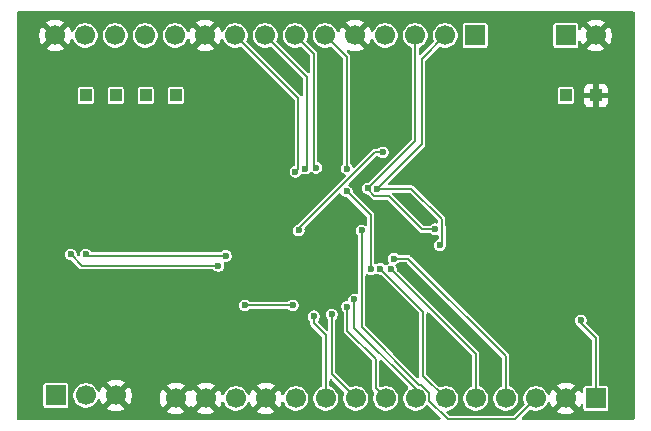
<source format=gbr>
%TF.GenerationSoftware,KiCad,Pcbnew,9.0.1*%
%TF.CreationDate,2025-05-22T01:20:04+01:00*%
%TF.ProjectId,ADAU1701-DSP,41444155-3137-4303-912d-4453502e6b69,rev?*%
%TF.SameCoordinates,Original*%
%TF.FileFunction,Copper,L2,Bot*%
%TF.FilePolarity,Positive*%
%FSLAX46Y46*%
G04 Gerber Fmt 4.6, Leading zero omitted, Abs format (unit mm)*
G04 Created by KiCad (PCBNEW 9.0.1) date 2025-05-22 01:20:04*
%MOMM*%
%LPD*%
G01*
G04 APERTURE LIST*
%TA.AperFunction,ComponentPad*%
%ADD10R,1.000000X1.000000*%
%TD*%
%TA.AperFunction,ComponentPad*%
%ADD11R,1.700000X1.700000*%
%TD*%
%TA.AperFunction,ComponentPad*%
%ADD12C,1.700000*%
%TD*%
%TA.AperFunction,ViaPad*%
%ADD13C,0.600000*%
%TD*%
%TA.AperFunction,Conductor*%
%ADD14C,0.200000*%
%TD*%
G04 APERTURE END LIST*
D10*
%TO.P,TP2,1,1*%
%TO.N,GND*%
X200660000Y-109220000D03*
%TD*%
D11*
%TO.P,J4,1,Pin_1*%
%TO.N,+3.3V*%
X190452500Y-104140000D03*
D12*
%TO.P,J4,2,Pin_2*%
%TO.N,/DSP_SDA*%
X187912500Y-104140000D03*
%TO.P,J4,3,Pin_3*%
%TO.N,/DSP_SCL*%
X185372500Y-104140000D03*
%TO.P,J4,4,Pin_4*%
%TO.N,/DSP_RST*%
X182832500Y-104140000D03*
%TO.P,J4,5,Pin_5*%
%TO.N,GND*%
X180292500Y-104140000D03*
%TO.P,J4,6,Pin_6*%
%TO.N,/MP9*%
X177752500Y-104140000D03*
%TO.P,J4,7,Pin_7*%
%TO.N,/MP8*%
X175212500Y-104140000D03*
%TO.P,J4,8,Pin_8*%
%TO.N,/MP3*%
X172672500Y-104140000D03*
%TO.P,J4,9,Pin_9*%
%TO.N,/MP2*%
X170132500Y-104140000D03*
%TO.P,J4,10,Pin_10*%
%TO.N,GND*%
X167592500Y-104140000D03*
%TO.P,J4,11,Pin_11*%
%TO.N,/OUT2_L*%
X165052500Y-104140000D03*
%TO.P,J4,12,Pin_12*%
%TO.N,/OUT2_R*%
X162512500Y-104140000D03*
%TO.P,J4,13,Pin_13*%
%TO.N,/OUT1_L*%
X159972500Y-104140000D03*
%TO.P,J4,14,Pin_14*%
%TO.N,/OUT1_R*%
X157432500Y-104140000D03*
%TO.P,J4,15,Pin_15*%
%TO.N,GND*%
X154892500Y-104140000D03*
%TD*%
D10*
%TO.P,TP5,1,1*%
%TO.N,/OUT1_L*%
X160020000Y-109220000D03*
%TD*%
D11*
%TO.P,J5,1,Pin_1*%
%TO.N,/DSP_WP*%
X200660000Y-134874000D03*
D12*
%TO.P,J5,2,Pin_2*%
%TO.N,GND*%
X198120000Y-134874000D03*
%TO.P,J5,3,Pin_3*%
%TO.N,/MP11*%
X195580000Y-134874000D03*
%TO.P,J5,4,Pin_4*%
%TO.N,/MP10*%
X193040000Y-134874000D03*
%TO.P,J5,5,Pin_5*%
%TO.N,/MP6*%
X190500000Y-134874000D03*
%TO.P,J5,6,Pin_6*%
%TO.N,/MP7*%
X187960000Y-134874000D03*
%TO.P,J5,7,Pin_7*%
%TO.N,/MP0*%
X185420000Y-134874000D03*
%TO.P,J5,8,Pin_8*%
%TO.N,/MP1*%
X182880000Y-134874000D03*
%TO.P,J5,9,Pin_9*%
%TO.N,/MP5*%
X180340000Y-134874000D03*
%TO.P,J5,10,Pin_10*%
%TO.N,/MP4*%
X177800000Y-134874000D03*
%TO.P,J5,11,Pin_11*%
%TO.N,/DSP_IN_R*%
X175260000Y-134874000D03*
%TO.P,J5,12,Pin_12*%
%TO.N,GND*%
X172720000Y-134874000D03*
%TO.P,J5,13,Pin_13*%
%TO.N,/DSP_IN_L*%
X170180000Y-134874000D03*
%TO.P,J5,14,Pin_14*%
%TO.N,GND*%
X167640000Y-134874000D03*
%TO.P,J5,15,Pin_15*%
X165100000Y-134874000D03*
%TD*%
D10*
%TO.P,TP3,1,1*%
%TO.N,/OUT1_R*%
X157480000Y-109220000D03*
%TD*%
D11*
%TO.P,J3,1,Pin_1*%
%TO.N,+3.3V*%
X154940000Y-134620000D03*
D12*
%TO.P,J3,2,Pin_2*%
%TO.N,/SBOOT*%
X157480000Y-134620000D03*
%TO.P,J3,3,Pin_3*%
%TO.N,GND*%
X160020000Y-134620000D03*
%TD*%
D10*
%TO.P,TP6,1,1*%
%TO.N,/OUT2_L*%
X165100000Y-109220000D03*
%TD*%
%TO.P,TP1,1,1*%
%TO.N,+3.3V*%
X198120000Y-109220000D03*
%TD*%
D11*
%TO.P,J2,1,Pin_1*%
%TO.N,+3.3V*%
X198120000Y-104140000D03*
D12*
%TO.P,J2,2,Pin_2*%
%TO.N,GND*%
X200660000Y-104140000D03*
%TD*%
D10*
%TO.P,TP4,1,1*%
%TO.N,/OUT2_R*%
X162560000Y-109220000D03*
%TD*%
D13*
%TO.N,GND*%
X152400000Y-102870000D03*
X152400000Y-104140000D03*
X152400000Y-105410000D03*
X203200000Y-135890000D03*
X203200000Y-134620000D03*
X203200000Y-133350000D03*
X193040000Y-102870000D03*
X194310000Y-102870000D03*
X195580000Y-102870000D03*
X199390000Y-106680000D03*
X200660000Y-106680000D03*
X201930000Y-106680000D03*
X201930000Y-107950000D03*
X201930000Y-111760000D03*
X201930000Y-110490000D03*
X201930000Y-109220000D03*
X203200000Y-109220000D03*
X203200000Y-104140000D03*
X203200000Y-102870000D03*
X203200000Y-105410000D03*
X203200000Y-106680000D03*
X203200000Y-107950000D03*
X203200000Y-110490000D03*
X203200000Y-111760000D03*
X203200000Y-113030000D03*
X199390000Y-118110000D03*
X198120000Y-118110000D03*
X196850000Y-118110000D03*
X195580000Y-118110000D03*
X193040000Y-119380000D03*
X193040000Y-120650000D03*
X186690000Y-123190000D03*
X200660000Y-121920000D03*
X203200000Y-129540000D03*
X203200000Y-128270000D03*
X203200000Y-127000000D03*
X203200000Y-125730000D03*
X203200000Y-124460000D03*
X201930000Y-125730000D03*
X201930000Y-127000000D03*
X201930000Y-128270000D03*
X201930000Y-129540000D03*
X201930000Y-130810000D03*
X203200000Y-130810000D03*
X203200000Y-132080000D03*
X201930000Y-132080000D03*
X195580000Y-132080000D03*
X198120000Y-132080000D03*
X186690000Y-132080000D03*
X189230000Y-132080000D03*
X191770000Y-132080000D03*
X186690000Y-128270000D03*
X184150000Y-128270000D03*
X179832000Y-124968000D03*
X161290000Y-128270000D03*
X163830000Y-129540000D03*
X163830000Y-128270000D03*
X165100000Y-128270000D03*
X166370000Y-128270000D03*
X167640000Y-128270000D03*
X168910000Y-128270000D03*
X173990000Y-128270000D03*
X179070000Y-132080000D03*
X176530000Y-132080000D03*
X173990000Y-132080000D03*
X171450000Y-132080000D03*
X168910000Y-132080000D03*
X162560000Y-135890000D03*
X162560000Y-134620000D03*
X162560000Y-133350000D03*
X163830000Y-132080000D03*
X161290000Y-132080000D03*
X160020000Y-125730000D03*
X157480000Y-125730000D03*
X158750000Y-125730000D03*
X158750000Y-127000000D03*
X157480000Y-128270000D03*
X156210000Y-128270000D03*
X156210000Y-129540000D03*
X156210000Y-130810000D03*
X154940000Y-130810000D03*
X154940000Y-129540000D03*
X154940000Y-128270000D03*
X153670000Y-127000000D03*
X153670000Y-128270000D03*
X153670000Y-129540000D03*
X153670000Y-130810000D03*
X153670000Y-132080000D03*
X152400000Y-135890000D03*
X152400000Y-134620000D03*
X152400000Y-133350000D03*
X152400000Y-132080000D03*
X152400000Y-130810000D03*
X152400000Y-129540000D03*
X152400000Y-128270000D03*
X152400000Y-127000000D03*
X152400000Y-125730000D03*
X152400000Y-124460000D03*
X152400000Y-123190000D03*
X153670000Y-121920000D03*
X152400000Y-121920000D03*
X152400000Y-120650000D03*
X153670000Y-114300000D03*
X153670000Y-115570000D03*
X153670000Y-119380000D03*
X153670000Y-118110000D03*
X152400000Y-118110000D03*
X152400000Y-119380000D03*
X152400000Y-116840000D03*
X152400000Y-114300000D03*
X152400000Y-115570000D03*
X152400000Y-113030000D03*
X152400000Y-111760000D03*
X152400000Y-109220000D03*
X152400000Y-106680000D03*
X152400000Y-107950000D03*
X152400000Y-110490000D03*
X171069000Y-125984000D03*
X171069000Y-125222000D03*
X153670000Y-110490000D03*
X153670000Y-109220000D03*
X154940000Y-109220000D03*
X154940000Y-107950000D03*
X153670000Y-107950000D03*
X153670000Y-106680000D03*
X154940000Y-106680000D03*
X156210000Y-106680000D03*
X158750000Y-106680000D03*
X161290000Y-106680000D03*
X163830000Y-106680000D03*
X168910000Y-109220000D03*
X167640000Y-109220000D03*
X166370000Y-109220000D03*
X166370000Y-110490000D03*
X168910000Y-110490000D03*
X171450000Y-110490000D03*
X171450000Y-109220000D03*
X170180000Y-109220000D03*
X170180000Y-107950000D03*
X168910000Y-107950000D03*
X167640000Y-107950000D03*
X166370000Y-107950000D03*
X166370000Y-106680000D03*
X167640000Y-106680000D03*
X168910000Y-106680000D03*
X170180000Y-106680000D03*
X171450000Y-106680000D03*
X171450000Y-107950000D03*
X172720000Y-107950000D03*
X172720000Y-109220000D03*
X173990000Y-109220000D03*
X173990000Y-110490000D03*
X177800000Y-109220000D03*
X177800000Y-107950000D03*
X177800000Y-106680000D03*
X180340000Y-106680000D03*
X180340000Y-107950000D03*
X180340000Y-109220000D03*
X180340000Y-110490000D03*
X181610000Y-113030000D03*
X181610000Y-111760000D03*
X181610000Y-110490000D03*
X181610000Y-109220000D03*
X181610000Y-107950000D03*
X181610000Y-106680000D03*
X184150000Y-106680000D03*
X184150000Y-107950000D03*
X184150000Y-109220000D03*
X184150000Y-110490000D03*
X184150000Y-111760000D03*
X186690000Y-113030000D03*
X186690000Y-111760000D03*
X187960000Y-111760000D03*
X187960000Y-110490000D03*
X186690000Y-110490000D03*
X186690000Y-109220000D03*
X187960000Y-109220000D03*
X189230000Y-109220000D03*
X190500000Y-109220000D03*
X191770000Y-109220000D03*
X191770000Y-107950000D03*
X190500000Y-107950000D03*
X189230000Y-107950000D03*
X187960000Y-107950000D03*
X186690000Y-107950000D03*
X186690000Y-106680000D03*
X189230000Y-106680000D03*
X191770000Y-106680000D03*
X194310000Y-105410000D03*
X195580000Y-105410000D03*
X193040000Y-105410000D03*
X193040000Y-106680000D03*
X194310000Y-106680000D03*
X195580000Y-106680000D03*
X195580000Y-107950000D03*
X194310000Y-107950000D03*
X193040000Y-107950000D03*
X193040000Y-109220000D03*
X194310000Y-109220000D03*
X195580000Y-109220000D03*
X200660000Y-120650000D03*
X201930000Y-119380000D03*
X201930000Y-118110000D03*
X200660000Y-118110000D03*
X200660000Y-119380000D03*
X200660000Y-116840000D03*
X201930000Y-116840000D03*
X201930000Y-115570000D03*
X200660000Y-115570000D03*
X200660000Y-114300000D03*
X198120000Y-111760000D03*
X196850000Y-111760000D03*
X196850000Y-113030000D03*
X198120000Y-113030000D03*
X199390000Y-113030000D03*
X199390000Y-114300000D03*
X198120000Y-114300000D03*
X196850000Y-114300000D03*
X198120000Y-115570000D03*
X196850000Y-115570000D03*
X199390000Y-115570000D03*
X199390000Y-116840000D03*
X198120000Y-116840000D03*
X196850000Y-116840000D03*
X195580000Y-116840000D03*
X195580000Y-115570000D03*
X195580000Y-114300000D03*
X195580000Y-113030000D03*
X195580000Y-111760000D03*
X195580000Y-110490000D03*
X194310000Y-110490000D03*
X194310000Y-111760000D03*
X194310000Y-113030000D03*
X194310000Y-114300000D03*
X194310000Y-115570000D03*
X194310000Y-116840000D03*
X194310000Y-118110000D03*
X193040000Y-128270000D03*
X191770000Y-127000000D03*
X193040000Y-127000000D03*
X193040000Y-125730000D03*
X191770000Y-125730000D03*
X190500000Y-125730000D03*
X190500000Y-124460000D03*
X191770000Y-124460000D03*
X193040000Y-124460000D03*
X181610000Y-128270000D03*
X181610000Y-127000000D03*
X181610000Y-125730000D03*
X179070000Y-125730000D03*
X176530000Y-121920000D03*
X175260000Y-121920000D03*
X175260000Y-123190000D03*
X176530000Y-123190000D03*
X177800000Y-123190000D03*
X177800000Y-120650000D03*
X177800000Y-119380000D03*
X171450000Y-115570000D03*
X168910000Y-115570000D03*
X170180000Y-115570000D03*
X170180000Y-116840000D03*
X171450000Y-116840000D03*
X169418000Y-120777000D03*
%TO.N,/MP11*%
X180848000Y-120650000D03*
%TO.N,/DSP_WP*%
X199390000Y-128270000D03*
%TO.N,/DSP_SDA*%
X187452000Y-121920000D03*
%TO.N,/DSP_SCL*%
X187046014Y-120547986D03*
%TO.N,/DSP_SDA*%
X182161265Y-117137265D03*
%TO.N,/DSP_SCL*%
X181356000Y-117094000D03*
%TO.N,/DSP_RST*%
X182626000Y-114046000D03*
X175514000Y-120650000D03*
%TO.N,GND*%
X179070000Y-116078000D03*
X173990000Y-115062000D03*
%TO.N,/MP2*%
X175228265Y-115688265D03*
%TO.N,/MP3*%
X176063631Y-115406676D03*
%TO.N,/MP8*%
X176976732Y-115330999D03*
%TO.N,/MP9*%
X179578000Y-115408000D03*
%TO.N,/MP10*%
X183574485Y-123028000D03*
%TO.N,/MP6*%
X183296000Y-123940943D03*
%TO.N,/MP7*%
X182415265Y-123908735D03*
%TO.N,/DVDD*%
X179578000Y-117348000D03*
X181610000Y-123952000D03*
%TO.N,/MP0*%
X180213000Y-126492000D03*
%TO.N,/MP1*%
X179613000Y-127105723D03*
%TO.N,/MP5*%
X178308000Y-127762000D03*
%TO.N,/MP4*%
X176784000Y-127924000D03*
%TO.N,/SBOOT*%
X170942000Y-127000000D03*
X175006000Y-127000000D03*
%TO.N,/VOUT0*%
X156210000Y-122682000D03*
X168699265Y-123654735D03*
%TO.N,/VOUT1*%
X157480000Y-122682000D03*
X169337389Y-122808000D03*
%TO.N,GND*%
X185420000Y-132588000D03*
X175260000Y-128270000D03*
X172720000Y-128270000D03*
X166370000Y-117702500D03*
X163830000Y-117702500D03*
X163830000Y-119787500D03*
X182880000Y-118364000D03*
X185420000Y-118364000D03*
X192786000Y-111127500D03*
X193294000Y-114046000D03*
X191650000Y-112268000D03*
X187706000Y-117020000D03*
X189350000Y-118872000D03*
X188214000Y-120017500D03*
X201930000Y-120650000D03*
X198755000Y-118618000D03*
X197485000Y-118618000D03*
X196215000Y-118618000D03*
X194945000Y-118618000D03*
X187960000Y-132588000D03*
X182880000Y-132588000D03*
X170180000Y-132588000D03*
X166370000Y-125322500D03*
X163830000Y-125322500D03*
X162560000Y-128270000D03*
X160020000Y-128270000D03*
X162052000Y-126755000D03*
X155448000Y-126746000D03*
X153670000Y-125322500D03*
X166370000Y-119787500D03*
X172720000Y-110744000D03*
X170180000Y-110744000D03*
X167640000Y-110744000D03*
X165100000Y-110744000D03*
X162560000Y-110744000D03*
X160020000Y-110744000D03*
X157480000Y-110744000D03*
X154940000Y-110744000D03*
%TD*%
D14*
%TO.N,/MP5*%
X178308000Y-132842000D02*
X180340000Y-134874000D01*
X178308000Y-127762000D02*
X178308000Y-132842000D01*
%TO.N,/MP1*%
X182030000Y-134024000D02*
X182880000Y-134874000D01*
X179613000Y-129139735D02*
X182030000Y-131556735D01*
X179613000Y-127105723D02*
X179613000Y-129139735D01*
X182030000Y-131556735D02*
X182030000Y-134024000D01*
%TO.N,/MP0*%
X180213000Y-128891205D02*
X185420000Y-134098205D01*
X185420000Y-134098205D02*
X185420000Y-134874000D01*
X180213000Y-126492000D02*
X180213000Y-128891205D01*
%TO.N,/MP3*%
X176189244Y-107656744D02*
X172672500Y-104140000D01*
X176189244Y-115281063D02*
X176189244Y-107656744D01*
X176063631Y-115406676D02*
X176189244Y-115281063D01*
%TO.N,/MP8*%
X176784000Y-105711500D02*
X175212500Y-104140000D01*
X176784000Y-115248388D02*
X176784000Y-105711500D01*
X176866611Y-115330999D02*
X176784000Y-115248388D01*
X176976732Y-115330999D02*
X176866611Y-115330999D01*
%TO.N,/MP2*%
X175463631Y-109471131D02*
X170132500Y-104140000D01*
X175228265Y-115688265D02*
X175463631Y-115452899D01*
X175463631Y-115452899D02*
X175463631Y-109471131D01*
%TO.N,/MP11*%
X188110240Y-136652000D02*
X193802000Y-136652000D01*
X186571000Y-134397240D02*
X186571000Y-135112760D01*
X193802000Y-136652000D02*
X195580000Y-134874000D01*
X185896760Y-133723000D02*
X186571000Y-134397240D01*
X186571000Y-135112760D02*
X188110240Y-136652000D01*
X185705056Y-133723000D02*
X185896760Y-133723000D01*
X180848000Y-128865943D02*
X185705056Y-133723000D01*
X180848000Y-120650000D02*
X180848000Y-128865943D01*
%TO.N,/MP10*%
X184750000Y-123028000D02*
X183574485Y-123028000D01*
X193040000Y-134874000D02*
X193040000Y-131318000D01*
X193040000Y-131318000D02*
X184750000Y-123028000D01*
%TO.N,/DSP_WP*%
X199390000Y-128270000D02*
X199390000Y-128524000D01*
X199390000Y-128524000D02*
X200660000Y-129794000D01*
X200660000Y-129794000D02*
X200660000Y-134874000D01*
%TO.N,/DSP_SDA*%
X187647014Y-120299043D02*
X187647014Y-121724986D01*
X187647014Y-121724986D02*
X187452000Y-121920000D01*
X187613000Y-120265029D02*
X187647014Y-120299043D01*
X187613000Y-119707057D02*
X187613000Y-120265029D01*
X185043208Y-117137265D02*
X187613000Y-119707057D01*
X182161265Y-117137265D02*
X185043208Y-117137265D01*
%TO.N,/DSP_SCL*%
X181356000Y-117181943D02*
X181356000Y-117094000D01*
X185924043Y-120547986D02*
X183114322Y-117738265D01*
X187046014Y-120547986D02*
X185924043Y-120547986D01*
X181912322Y-117738265D02*
X181356000Y-117181943D01*
X183114322Y-117738265D02*
X181912322Y-117738265D01*
%TO.N,/DSP_SDA*%
X185928000Y-106124500D02*
X187912500Y-104140000D01*
X185928000Y-113370530D02*
X185928000Y-106124500D01*
X182161265Y-117137265D02*
X185928000Y-113370530D01*
%TO.N,/DSP_SCL*%
X185372500Y-113077500D02*
X185372500Y-104140000D01*
X181356000Y-117094000D02*
X185372500Y-113077500D01*
%TO.N,/DSP_RST*%
X175514000Y-120483943D02*
X175514000Y-120650000D01*
X182626000Y-114046000D02*
X181951943Y-114046000D01*
X181951943Y-114046000D02*
X175514000Y-120483943D01*
%TO.N,/MP9*%
X179578000Y-105965500D02*
X177752500Y-104140000D01*
X179578000Y-115408000D02*
X179578000Y-105965500D01*
%TO.N,/DVDD*%
X181610000Y-123952000D02*
X181610000Y-119380000D01*
X181610000Y-119380000D02*
X179578000Y-117348000D01*
%TO.N,/MP6*%
X183296000Y-123940943D02*
X190500000Y-131144943D01*
X190500000Y-131144943D02*
X190500000Y-134874000D01*
%TO.N,/MP7*%
X186021000Y-132935000D02*
X187960000Y-134874000D01*
X186021000Y-127514470D02*
X186021000Y-132935000D01*
X182415265Y-123908735D02*
X186021000Y-127514470D01*
%TO.N,/MP4*%
X177800000Y-129540000D02*
X177800000Y-134874000D01*
X176784000Y-128524000D02*
X177800000Y-129540000D01*
X176784000Y-127924000D02*
X176784000Y-128524000D01*
%TO.N,/SBOOT*%
X175006000Y-127000000D02*
X170942000Y-127000000D01*
%TO.N,/VOUT0*%
X168699265Y-123654735D02*
X157182735Y-123654735D01*
X157182735Y-123654735D02*
X156210000Y-122682000D01*
%TO.N,/VOUT1*%
X157606000Y-122808000D02*
X157480000Y-122682000D01*
X169337389Y-122808000D02*
X157606000Y-122808000D01*
%TD*%
%TA.AperFunction,Conductor*%
%TO.N,GND*%
G36*
X184934414Y-117457450D02*
G01*
X184955056Y-117474084D01*
X187276181Y-119795209D01*
X187290884Y-119822136D01*
X187307477Y-119847955D01*
X187308368Y-119854155D01*
X187309666Y-119856532D01*
X187312500Y-119882890D01*
X187312500Y-119939635D01*
X187292815Y-120006674D01*
X187240011Y-120052429D01*
X187170853Y-120062373D01*
X187156407Y-120059410D01*
X187111906Y-120047486D01*
X186980122Y-120047486D01*
X186852826Y-120081594D01*
X186738700Y-120147486D01*
X186738697Y-120147488D01*
X186675019Y-120211167D01*
X186613696Y-120244652D01*
X186587338Y-120247486D01*
X186099876Y-120247486D01*
X186032837Y-120227801D01*
X186012195Y-120211167D01*
X183450474Y-117649446D01*
X183416989Y-117588123D01*
X183421973Y-117518431D01*
X183463845Y-117462498D01*
X183529309Y-117438081D01*
X183538155Y-117437765D01*
X184867375Y-117437765D01*
X184934414Y-117457450D01*
G37*
%TD.AperFunction*%
%TA.AperFunction,Conductor*%
G36*
X203912539Y-102120185D02*
G01*
X203958294Y-102172989D01*
X203969500Y-102224500D01*
X203969500Y-136535500D01*
X203949815Y-136602539D01*
X203897011Y-136648294D01*
X203845500Y-136659500D01*
X194518833Y-136659500D01*
X194451794Y-136639815D01*
X194406039Y-136587011D01*
X194396095Y-136517853D01*
X194425120Y-136454297D01*
X194431152Y-136447819D01*
X194850348Y-136028622D01*
X195017896Y-135861073D01*
X195079217Y-135827590D01*
X195148908Y-135832574D01*
X195153007Y-135834186D01*
X195273580Y-135884130D01*
X195418052Y-135912867D01*
X195476530Y-135924499D01*
X195476534Y-135924500D01*
X195476535Y-135924500D01*
X195683466Y-135924500D01*
X195683467Y-135924499D01*
X195886420Y-135884130D01*
X196077598Y-135804941D01*
X196249655Y-135689977D01*
X196395977Y-135543655D01*
X196510941Y-135371598D01*
X196579165Y-135206889D01*
X196623004Y-135152488D01*
X196689298Y-135130423D01*
X196756998Y-135147702D01*
X196804609Y-135198839D01*
X196811656Y-135216026D01*
X196868904Y-135392216D01*
X196965375Y-135581550D01*
X197004728Y-135635716D01*
X197637037Y-135003408D01*
X197654075Y-135066993D01*
X197719901Y-135181007D01*
X197812993Y-135274099D01*
X197927007Y-135339925D01*
X197990590Y-135356962D01*
X197358282Y-135989269D01*
X197358282Y-135989270D01*
X197412449Y-136028624D01*
X197601782Y-136125095D01*
X197803870Y-136190757D01*
X198013754Y-136224000D01*
X198226246Y-136224000D01*
X198436127Y-136190757D01*
X198436130Y-136190757D01*
X198638217Y-136125095D01*
X198827554Y-136028622D01*
X198881716Y-135989270D01*
X198881717Y-135989270D01*
X198249408Y-135356962D01*
X198312993Y-135339925D01*
X198427007Y-135274099D01*
X198520099Y-135181007D01*
X198585925Y-135066993D01*
X198602962Y-135003408D01*
X199235270Y-135635717D01*
X199235270Y-135635716D01*
X199274622Y-135581554D01*
X199373306Y-135387879D01*
X199374321Y-135388396D01*
X199414779Y-135338192D01*
X199481073Y-135316127D01*
X199548772Y-135333406D01*
X199596383Y-135384542D01*
X199609500Y-135440048D01*
X199609500Y-135743752D01*
X199621131Y-135802229D01*
X199621132Y-135802230D01*
X199665447Y-135868552D01*
X199731769Y-135912867D01*
X199731770Y-135912868D01*
X199790247Y-135924499D01*
X199790250Y-135924500D01*
X199790252Y-135924500D01*
X201529750Y-135924500D01*
X201529751Y-135924499D01*
X201544568Y-135921552D01*
X201588229Y-135912868D01*
X201588229Y-135912867D01*
X201588231Y-135912867D01*
X201654552Y-135868552D01*
X201698867Y-135802231D01*
X201698867Y-135802229D01*
X201698868Y-135802229D01*
X201710499Y-135743752D01*
X201710500Y-135743750D01*
X201710500Y-134004249D01*
X201710499Y-134004247D01*
X201698868Y-133945770D01*
X201698867Y-133945769D01*
X201654552Y-133879447D01*
X201588230Y-133835132D01*
X201588229Y-133835131D01*
X201529752Y-133823500D01*
X201529748Y-133823500D01*
X201084500Y-133823500D01*
X201017461Y-133803815D01*
X200971706Y-133751011D01*
X200960500Y-133699500D01*
X200960500Y-129754439D01*
X200960500Y-129754438D01*
X200940021Y-129678011D01*
X200911235Y-129628152D01*
X200900464Y-129609495D01*
X200900458Y-129609487D01*
X199885034Y-128594063D01*
X199851549Y-128532740D01*
X199855930Y-128471477D01*
X199854288Y-128471037D01*
X199859094Y-128453102D01*
X199890500Y-128335892D01*
X199890500Y-128204108D01*
X199856392Y-128076814D01*
X199790500Y-127962686D01*
X199697314Y-127869500D01*
X199625247Y-127827892D01*
X199583187Y-127803608D01*
X199519539Y-127786554D01*
X199455892Y-127769500D01*
X199324108Y-127769500D01*
X199196812Y-127803608D01*
X199082686Y-127869500D01*
X199082683Y-127869502D01*
X198989502Y-127962683D01*
X198989500Y-127962686D01*
X198923608Y-128076812D01*
X198889500Y-128204108D01*
X198889500Y-128335891D01*
X198923608Y-128463187D01*
X198956554Y-128520250D01*
X198989500Y-128577314D01*
X199082686Y-128670500D01*
X199136793Y-128701738D01*
X199162473Y-128721444D01*
X200323181Y-129882152D01*
X200356666Y-129943475D01*
X200359500Y-129969833D01*
X200359500Y-133699500D01*
X200339815Y-133766539D01*
X200287011Y-133812294D01*
X200235500Y-133823500D01*
X199790247Y-133823500D01*
X199731770Y-133835131D01*
X199731769Y-133835132D01*
X199665447Y-133879447D01*
X199621132Y-133945769D01*
X199621131Y-133945770D01*
X199609500Y-134004247D01*
X199609500Y-134307951D01*
X199589815Y-134374990D01*
X199537011Y-134420745D01*
X199467853Y-134430689D01*
X199404297Y-134401664D01*
X199374061Y-134359736D01*
X199373306Y-134360121D01*
X199274624Y-134166449D01*
X199235270Y-134112282D01*
X199235269Y-134112282D01*
X198602962Y-134744590D01*
X198585925Y-134681007D01*
X198520099Y-134566993D01*
X198427007Y-134473901D01*
X198312993Y-134408075D01*
X198249409Y-134391037D01*
X198881716Y-133758728D01*
X198827550Y-133719375D01*
X198638217Y-133622904D01*
X198436129Y-133557242D01*
X198226246Y-133524000D01*
X198013754Y-133524000D01*
X197803872Y-133557242D01*
X197803869Y-133557242D01*
X197601782Y-133622904D01*
X197412439Y-133719380D01*
X197358282Y-133758727D01*
X197358282Y-133758728D01*
X197990591Y-134391037D01*
X197927007Y-134408075D01*
X197812993Y-134473901D01*
X197719901Y-134566993D01*
X197654075Y-134681007D01*
X197637037Y-134744590D01*
X197004728Y-134112282D01*
X197004727Y-134112282D01*
X196965380Y-134166439D01*
X196868905Y-134355781D01*
X196811656Y-134531974D01*
X196772218Y-134589649D01*
X196707859Y-134616847D01*
X196639013Y-134604932D01*
X196587537Y-134557688D01*
X196579164Y-134541107D01*
X196510943Y-134376405D01*
X196451276Y-134287107D01*
X196395977Y-134204345D01*
X196395976Y-134204344D01*
X196395974Y-134204341D01*
X196249657Y-134058024D01*
X196088502Y-133950345D01*
X196077598Y-133943059D01*
X196077593Y-133943057D01*
X196023252Y-133920548D01*
X195886420Y-133863870D01*
X195886412Y-133863868D01*
X195683469Y-133823500D01*
X195683465Y-133823500D01*
X195476535Y-133823500D01*
X195476530Y-133823500D01*
X195273587Y-133863868D01*
X195273579Y-133863870D01*
X195082403Y-133943058D01*
X194910342Y-134058024D01*
X194764025Y-134204341D01*
X194649058Y-134376403D01*
X194569870Y-134567579D01*
X194569868Y-134567587D01*
X194529500Y-134770530D01*
X194529500Y-134977469D01*
X194569868Y-135180412D01*
X194569871Y-135180424D01*
X194619803Y-135300971D01*
X194627272Y-135370440D01*
X194595997Y-135432919D01*
X194592923Y-135436104D01*
X193713848Y-136315181D01*
X193652525Y-136348666D01*
X193626167Y-136351500D01*
X188286073Y-136351500D01*
X188219034Y-136331815D01*
X188198392Y-136315181D01*
X188014183Y-136130972D01*
X187980698Y-136069649D01*
X187985682Y-135999957D01*
X188027554Y-135944024D01*
X188077673Y-135921674D01*
X188124417Y-135912376D01*
X188266420Y-135884130D01*
X188457598Y-135804941D01*
X188629655Y-135689977D01*
X188775977Y-135543655D01*
X188890941Y-135371598D01*
X188970130Y-135180420D01*
X189010500Y-134977465D01*
X189010500Y-134770535D01*
X188970130Y-134567580D01*
X188890941Y-134376402D01*
X188775977Y-134204345D01*
X188775976Y-134204344D01*
X188775974Y-134204341D01*
X188629657Y-134058024D01*
X188468502Y-133950345D01*
X188457598Y-133943059D01*
X188457593Y-133943057D01*
X188266420Y-133863870D01*
X188266412Y-133863868D01*
X188063469Y-133823500D01*
X188063465Y-133823500D01*
X187856535Y-133823500D01*
X187856530Y-133823500D01*
X187653587Y-133863868D01*
X187653579Y-133863870D01*
X187533029Y-133913804D01*
X187463559Y-133921273D01*
X187401080Y-133889998D01*
X187397895Y-133886924D01*
X186357819Y-132846848D01*
X186324334Y-132785525D01*
X186321500Y-132759167D01*
X186321500Y-127690776D01*
X186341185Y-127623737D01*
X186393989Y-127577982D01*
X186463147Y-127568038D01*
X186526703Y-127597063D01*
X186533181Y-127603095D01*
X190163181Y-131233095D01*
X190196666Y-131294418D01*
X190199500Y-131320776D01*
X190199500Y-133778563D01*
X190179815Y-133845602D01*
X190127011Y-133891357D01*
X190122953Y-133893124D01*
X190002404Y-133943057D01*
X189830342Y-134058024D01*
X189684025Y-134204341D01*
X189569058Y-134376403D01*
X189489870Y-134567579D01*
X189489868Y-134567587D01*
X189449500Y-134770530D01*
X189449500Y-134977469D01*
X189489868Y-135180412D01*
X189489870Y-135180420D01*
X189555939Y-135339925D01*
X189569059Y-135371598D01*
X189582836Y-135392217D01*
X189684024Y-135543657D01*
X189830342Y-135689975D01*
X189830345Y-135689977D01*
X190002402Y-135804941D01*
X190193580Y-135884130D01*
X190338052Y-135912867D01*
X190396530Y-135924499D01*
X190396534Y-135924500D01*
X190396535Y-135924500D01*
X190603466Y-135924500D01*
X190603467Y-135924499D01*
X190806420Y-135884130D01*
X190997598Y-135804941D01*
X191169655Y-135689977D01*
X191315977Y-135543655D01*
X191430941Y-135371598D01*
X191510130Y-135180420D01*
X191550500Y-134977465D01*
X191550500Y-134770535D01*
X191510130Y-134567580D01*
X191430941Y-134376402D01*
X191315977Y-134204345D01*
X191315976Y-134204344D01*
X191315974Y-134204341D01*
X191169657Y-134058024D01*
X190997595Y-133943057D01*
X190877047Y-133893124D01*
X190822643Y-133849282D01*
X190800579Y-133782988D01*
X190800500Y-133778563D01*
X190800500Y-131105383D01*
X190800499Y-131105379D01*
X190793040Y-131077539D01*
X190793040Y-131077540D01*
X190780022Y-131028955D01*
X190740460Y-130960432D01*
X183832819Y-124052791D01*
X183799334Y-123991468D01*
X183796500Y-123965110D01*
X183796500Y-123875053D01*
X183796500Y-123875051D01*
X183762392Y-123747757D01*
X183716000Y-123667404D01*
X183699528Y-123599507D01*
X183722380Y-123533480D01*
X183761388Y-123498019D01*
X183767669Y-123494392D01*
X183767671Y-123494392D01*
X183881799Y-123428500D01*
X183945480Y-123364819D01*
X184006803Y-123331334D01*
X184033161Y-123328500D01*
X184574167Y-123328500D01*
X184641206Y-123348185D01*
X184661848Y-123364819D01*
X192703181Y-131406152D01*
X192736666Y-131467475D01*
X192739500Y-131493833D01*
X192739500Y-133778563D01*
X192719815Y-133845602D01*
X192667011Y-133891357D01*
X192662953Y-133893124D01*
X192542404Y-133943057D01*
X192370342Y-134058024D01*
X192224025Y-134204341D01*
X192109058Y-134376403D01*
X192029870Y-134567579D01*
X192029868Y-134567587D01*
X191989500Y-134770530D01*
X191989500Y-134977469D01*
X192029868Y-135180412D01*
X192029870Y-135180420D01*
X192095939Y-135339925D01*
X192109059Y-135371598D01*
X192122836Y-135392217D01*
X192224024Y-135543657D01*
X192370342Y-135689975D01*
X192370345Y-135689977D01*
X192542402Y-135804941D01*
X192733580Y-135884130D01*
X192878052Y-135912867D01*
X192936530Y-135924499D01*
X192936534Y-135924500D01*
X192936535Y-135924500D01*
X193143466Y-135924500D01*
X193143467Y-135924499D01*
X193346420Y-135884130D01*
X193537598Y-135804941D01*
X193709655Y-135689977D01*
X193855977Y-135543655D01*
X193970941Y-135371598D01*
X194050130Y-135180420D01*
X194090500Y-134977465D01*
X194090500Y-134770535D01*
X194050130Y-134567580D01*
X193970941Y-134376402D01*
X193855977Y-134204345D01*
X193855976Y-134204344D01*
X193855974Y-134204341D01*
X193709657Y-134058024D01*
X193537595Y-133943057D01*
X193417047Y-133893124D01*
X193362643Y-133849282D01*
X193340579Y-133782988D01*
X193340500Y-133778563D01*
X193340500Y-131278439D01*
X193320020Y-131202009D01*
X193320017Y-131202004D01*
X193280464Y-131133495D01*
X193280458Y-131133487D01*
X184934512Y-122787541D01*
X184934511Y-122787540D01*
X184901425Y-122768438D01*
X184901423Y-122768437D01*
X184901422Y-122768435D01*
X184865994Y-122747981D01*
X184865991Y-122747979D01*
X184827775Y-122737739D01*
X184789562Y-122727500D01*
X184789560Y-122727500D01*
X184033161Y-122727500D01*
X183966122Y-122707815D01*
X183945480Y-122691181D01*
X183881801Y-122627502D01*
X183881799Y-122627500D01*
X183824735Y-122594554D01*
X183767672Y-122561608D01*
X183704024Y-122544554D01*
X183640377Y-122527500D01*
X183508593Y-122527500D01*
X183381297Y-122561608D01*
X183267171Y-122627500D01*
X183267168Y-122627502D01*
X183173987Y-122720683D01*
X183173985Y-122720686D01*
X183108093Y-122834812D01*
X183097622Y-122873891D01*
X183073985Y-122962108D01*
X183073985Y-123093892D01*
X183097727Y-123182500D01*
X183108094Y-123221188D01*
X183108094Y-123221189D01*
X183154483Y-123301536D01*
X183155571Y-123306021D01*
X183158673Y-123309439D01*
X183163730Y-123339653D01*
X183170956Y-123369436D01*
X183169446Y-123373798D01*
X183170208Y-123378350D01*
X183158127Y-123406501D01*
X183148104Y-123435463D01*
X183143967Y-123439498D01*
X183142655Y-123442558D01*
X183129023Y-123454079D01*
X183116521Y-123466279D01*
X183105242Y-123473900D01*
X183102814Y-123474551D01*
X182988686Y-123540443D01*
X182951013Y-123578115D01*
X182941161Y-123584773D01*
X182918744Y-123591920D01*
X182898092Y-123603197D01*
X182886072Y-123602337D01*
X182874593Y-123605997D01*
X182851871Y-123599890D01*
X182828401Y-123598211D01*
X182816021Y-123590254D01*
X182807118Y-123587862D01*
X182799865Y-123579872D01*
X182784055Y-123569711D01*
X182722581Y-123508237D01*
X182722579Y-123508235D01*
X182654636Y-123469008D01*
X182608452Y-123442343D01*
X182544804Y-123425289D01*
X182481157Y-123408235D01*
X182349373Y-123408235D01*
X182222077Y-123442343D01*
X182166293Y-123474551D01*
X182107951Y-123508235D01*
X182107949Y-123508236D01*
X182100913Y-123512299D01*
X182099914Y-123510568D01*
X182044809Y-123531868D01*
X181976365Y-123517825D01*
X181926379Y-123469008D01*
X181910500Y-123408297D01*
X181910500Y-119340439D01*
X181890020Y-119264009D01*
X181890017Y-119264004D01*
X181850464Y-119195495D01*
X181850458Y-119195487D01*
X180114819Y-117459848D01*
X180081334Y-117398525D01*
X180078500Y-117372167D01*
X180078500Y-117282110D01*
X180078500Y-117282108D01*
X180044392Y-117154814D01*
X179978500Y-117040686D01*
X179965922Y-117028108D01*
X180855500Y-117028108D01*
X180855500Y-117159891D01*
X180889608Y-117287187D01*
X180922554Y-117344250D01*
X180955500Y-117401314D01*
X181048686Y-117494500D01*
X181162814Y-117560392D01*
X181290108Y-117594500D01*
X181292224Y-117594500D01*
X181293942Y-117595004D01*
X181298168Y-117595561D01*
X181298081Y-117596219D01*
X181359263Y-117614185D01*
X181379905Y-117630819D01*
X181671862Y-117922776D01*
X181727811Y-117978725D01*
X181727813Y-117978726D01*
X181727817Y-117978729D01*
X181796326Y-118018282D01*
X181796333Y-118018286D01*
X181872760Y-118038765D01*
X182938489Y-118038765D01*
X183005528Y-118058450D01*
X183026170Y-118075084D01*
X185739532Y-120788446D01*
X185808055Y-120828008D01*
X185884481Y-120848486D01*
X186587338Y-120848486D01*
X186654377Y-120868171D01*
X186675019Y-120884805D01*
X186738700Y-120948486D01*
X186852828Y-121014378D01*
X186980122Y-121048486D01*
X186980124Y-121048486D01*
X187111903Y-121048486D01*
X187111906Y-121048486D01*
X187190424Y-121027447D01*
X187215415Y-121028042D01*
X187240161Y-121024484D01*
X187249741Y-121028859D01*
X187260270Y-121029110D01*
X187280973Y-121043122D01*
X187303717Y-121053509D01*
X187309411Y-121062369D01*
X187318132Y-121068272D01*
X187327973Y-121091252D01*
X187341491Y-121112287D01*
X187343770Y-121128141D01*
X187345637Y-121132500D01*
X187346514Y-121147222D01*
X187346514Y-121334960D01*
X187326829Y-121401999D01*
X187274025Y-121447754D01*
X187265850Y-121450693D01*
X187258814Y-121453607D01*
X187144686Y-121519500D01*
X187144683Y-121519502D01*
X187051502Y-121612683D01*
X187051500Y-121612686D01*
X186985608Y-121726812D01*
X186951500Y-121854108D01*
X186951500Y-121985891D01*
X186985608Y-122113187D01*
X187018554Y-122170250D01*
X187051500Y-122227314D01*
X187144686Y-122320500D01*
X187258814Y-122386392D01*
X187386108Y-122420500D01*
X187386110Y-122420500D01*
X187517890Y-122420500D01*
X187517892Y-122420500D01*
X187645186Y-122386392D01*
X187759314Y-122320500D01*
X187852500Y-122227314D01*
X187918392Y-122113186D01*
X187952500Y-121985892D01*
X187952500Y-121854108D01*
X187946607Y-121832114D01*
X187946608Y-121772625D01*
X187946453Y-121772605D01*
X187946608Y-121771421D01*
X187946608Y-121767925D01*
X187947514Y-121764548D01*
X187947514Y-120259481D01*
X187927035Y-120183054D01*
X187927034Y-120183052D01*
X187923924Y-120175544D01*
X187926396Y-120174519D01*
X187913500Y-120126385D01*
X187913500Y-119667497D01*
X187913499Y-119667493D01*
X187900899Y-119620468D01*
X187900897Y-119620460D01*
X187893022Y-119591069D01*
X187853460Y-119522546D01*
X185227719Y-116896805D01*
X185227718Y-116896804D01*
X185214415Y-116889124D01*
X185201111Y-116881443D01*
X185180154Y-116869343D01*
X185159198Y-116857244D01*
X185133721Y-116850417D01*
X185082770Y-116836765D01*
X185082768Y-116836765D01*
X183186098Y-116836765D01*
X183119059Y-116817080D01*
X183073304Y-116764276D01*
X183063360Y-116695118D01*
X183092385Y-116631562D01*
X183098417Y-116625084D01*
X184631088Y-115092413D01*
X186168460Y-113555041D01*
X186208022Y-113486518D01*
X186228500Y-113410092D01*
X186228500Y-113330968D01*
X186228500Y-108700247D01*
X197419500Y-108700247D01*
X197419500Y-109739752D01*
X197431131Y-109798229D01*
X197431132Y-109798230D01*
X197475447Y-109864552D01*
X197541769Y-109908867D01*
X197541770Y-109908868D01*
X197600247Y-109920499D01*
X197600250Y-109920500D01*
X197600252Y-109920500D01*
X198639750Y-109920500D01*
X198639751Y-109920499D01*
X198654568Y-109917552D01*
X198698229Y-109908868D01*
X198698229Y-109908867D01*
X198698231Y-109908867D01*
X198764552Y-109864552D01*
X198808867Y-109798231D01*
X198808867Y-109798229D01*
X198808868Y-109798229D01*
X198814912Y-109767844D01*
X199660000Y-109767844D01*
X199666401Y-109827372D01*
X199666403Y-109827379D01*
X199716645Y-109962086D01*
X199716649Y-109962093D01*
X199802809Y-110077187D01*
X199802812Y-110077190D01*
X199917906Y-110163350D01*
X199917913Y-110163354D01*
X200052620Y-110213596D01*
X200052627Y-110213598D01*
X200112155Y-110219999D01*
X200112172Y-110220000D01*
X200410000Y-110220000D01*
X200910000Y-110220000D01*
X201207828Y-110220000D01*
X201207844Y-110219999D01*
X201267372Y-110213598D01*
X201267379Y-110213596D01*
X201402086Y-110163354D01*
X201402093Y-110163350D01*
X201517187Y-110077190D01*
X201517190Y-110077187D01*
X201603350Y-109962093D01*
X201603354Y-109962086D01*
X201653596Y-109827379D01*
X201653598Y-109827372D01*
X201659999Y-109767844D01*
X201660000Y-109767827D01*
X201660000Y-109470000D01*
X200910000Y-109470000D01*
X200910000Y-110220000D01*
X200410000Y-110220000D01*
X200410000Y-109470000D01*
X199660000Y-109470000D01*
X199660000Y-109767844D01*
X198814912Y-109767844D01*
X198820499Y-109739752D01*
X198820500Y-109739750D01*
X198820500Y-109170272D01*
X200410000Y-109170272D01*
X200410000Y-109269728D01*
X200448060Y-109361614D01*
X200518386Y-109431940D01*
X200610272Y-109470000D01*
X200709728Y-109470000D01*
X200801614Y-109431940D01*
X200871940Y-109361614D01*
X200910000Y-109269728D01*
X200910000Y-109170272D01*
X200871940Y-109078386D01*
X200801614Y-109008060D01*
X200709728Y-108970000D01*
X200910000Y-108970000D01*
X201660000Y-108970000D01*
X201660000Y-108672172D01*
X201659999Y-108672155D01*
X201653598Y-108612627D01*
X201653596Y-108612620D01*
X201603354Y-108477913D01*
X201603350Y-108477906D01*
X201517190Y-108362812D01*
X201517187Y-108362809D01*
X201402093Y-108276649D01*
X201402086Y-108276645D01*
X201267379Y-108226403D01*
X201267372Y-108226401D01*
X201207844Y-108220000D01*
X200910000Y-108220000D01*
X200910000Y-108970000D01*
X200709728Y-108970000D01*
X200610272Y-108970000D01*
X200518386Y-109008060D01*
X200448060Y-109078386D01*
X200410000Y-109170272D01*
X198820500Y-109170272D01*
X198820500Y-108700249D01*
X198820499Y-108700247D01*
X198819066Y-108693038D01*
X198819066Y-108693037D01*
X198814912Y-108672155D01*
X199660000Y-108672155D01*
X199660000Y-108970000D01*
X200410000Y-108970000D01*
X200410000Y-108220000D01*
X200112155Y-108220000D01*
X200052627Y-108226401D01*
X200052620Y-108226403D01*
X199917913Y-108276645D01*
X199917906Y-108276649D01*
X199802812Y-108362809D01*
X199802809Y-108362812D01*
X199716649Y-108477906D01*
X199716645Y-108477913D01*
X199666403Y-108612620D01*
X199666401Y-108612627D01*
X199660000Y-108672155D01*
X198814912Y-108672155D01*
X198808867Y-108641770D01*
X198808867Y-108641769D01*
X198764552Y-108575447D01*
X198698230Y-108531132D01*
X198698229Y-108531131D01*
X198639752Y-108519500D01*
X198639748Y-108519500D01*
X197600252Y-108519500D01*
X197600247Y-108519500D01*
X197541770Y-108531131D01*
X197541769Y-108531132D01*
X197475447Y-108575447D01*
X197431132Y-108641769D01*
X197431131Y-108641770D01*
X197419500Y-108700247D01*
X186228500Y-108700247D01*
X186228500Y-106300332D01*
X186248185Y-106233293D01*
X186264814Y-106212655D01*
X187350396Y-105127073D01*
X187411717Y-105093590D01*
X187481409Y-105098574D01*
X187485507Y-105100186D01*
X187606080Y-105150130D01*
X187750552Y-105178867D01*
X187809030Y-105190499D01*
X187809034Y-105190500D01*
X187809035Y-105190500D01*
X188015966Y-105190500D01*
X188015967Y-105190499D01*
X188218920Y-105150130D01*
X188410098Y-105070941D01*
X188582155Y-104955977D01*
X188728477Y-104809655D01*
X188843441Y-104637598D01*
X188922630Y-104446420D01*
X188963000Y-104243465D01*
X188963000Y-104036535D01*
X188922630Y-103833580D01*
X188843441Y-103642402D01*
X188728477Y-103470345D01*
X188728475Y-103470342D01*
X188582157Y-103324024D01*
X188501673Y-103270247D01*
X189402000Y-103270247D01*
X189402000Y-105009752D01*
X189413631Y-105068229D01*
X189413632Y-105068230D01*
X189457947Y-105134552D01*
X189524269Y-105178867D01*
X189524270Y-105178868D01*
X189582747Y-105190499D01*
X189582750Y-105190500D01*
X189582752Y-105190500D01*
X191322250Y-105190500D01*
X191322251Y-105190499D01*
X191337068Y-105187552D01*
X191380729Y-105178868D01*
X191380729Y-105178867D01*
X191380731Y-105178867D01*
X191447052Y-105134552D01*
X191491367Y-105068231D01*
X191491367Y-105068229D01*
X191491368Y-105068229D01*
X191502999Y-105009752D01*
X191503000Y-105009750D01*
X191503000Y-103270249D01*
X191502999Y-103270247D01*
X197069500Y-103270247D01*
X197069500Y-105009752D01*
X197081131Y-105068229D01*
X197081132Y-105068230D01*
X197125447Y-105134552D01*
X197191769Y-105178867D01*
X197191770Y-105178868D01*
X197250247Y-105190499D01*
X197250250Y-105190500D01*
X197250252Y-105190500D01*
X198989750Y-105190500D01*
X198989751Y-105190499D01*
X199004568Y-105187552D01*
X199048229Y-105178868D01*
X199048229Y-105178867D01*
X199048231Y-105178867D01*
X199114552Y-105134552D01*
X199158867Y-105068231D01*
X199158867Y-105068229D01*
X199158868Y-105068229D01*
X199170499Y-105009752D01*
X199170500Y-105009750D01*
X199170500Y-104706048D01*
X199190185Y-104639009D01*
X199242989Y-104593254D01*
X199312147Y-104583310D01*
X199375703Y-104612335D01*
X199405938Y-104654264D01*
X199406694Y-104653879D01*
X199505375Y-104847550D01*
X199544728Y-104901716D01*
X200177037Y-104269408D01*
X200194075Y-104332993D01*
X200259901Y-104447007D01*
X200352993Y-104540099D01*
X200467007Y-104605925D01*
X200530590Y-104622962D01*
X199898282Y-105255269D01*
X199898282Y-105255270D01*
X199952449Y-105294624D01*
X200141782Y-105391095D01*
X200343870Y-105456757D01*
X200553754Y-105490000D01*
X200766246Y-105490000D01*
X200976127Y-105456757D01*
X200976130Y-105456757D01*
X201178217Y-105391095D01*
X201367554Y-105294622D01*
X201421716Y-105255270D01*
X201421717Y-105255270D01*
X200789408Y-104622962D01*
X200852993Y-104605925D01*
X200967007Y-104540099D01*
X201060099Y-104447007D01*
X201125925Y-104332993D01*
X201142962Y-104269409D01*
X201775270Y-104901717D01*
X201775270Y-104901716D01*
X201814622Y-104847554D01*
X201911095Y-104658217D01*
X201976757Y-104456130D01*
X201976757Y-104456127D01*
X202010000Y-104246246D01*
X202010000Y-104033753D01*
X201976757Y-103823872D01*
X201976757Y-103823869D01*
X201911095Y-103621782D01*
X201814624Y-103432449D01*
X201775270Y-103378282D01*
X201775269Y-103378282D01*
X201142962Y-104010590D01*
X201125925Y-103947007D01*
X201060099Y-103832993D01*
X200967007Y-103739901D01*
X200852993Y-103674075D01*
X200789409Y-103657037D01*
X201421716Y-103024728D01*
X201367550Y-102985375D01*
X201178217Y-102888904D01*
X200976129Y-102823242D01*
X200766246Y-102790000D01*
X200553754Y-102790000D01*
X200343872Y-102823242D01*
X200343869Y-102823242D01*
X200141782Y-102888904D01*
X199952439Y-102985380D01*
X199898282Y-103024727D01*
X199898282Y-103024728D01*
X200530591Y-103657037D01*
X200467007Y-103674075D01*
X200352993Y-103739901D01*
X200259901Y-103832993D01*
X200194075Y-103947007D01*
X200177037Y-104010591D01*
X199544728Y-103378282D01*
X199544727Y-103378282D01*
X199505380Y-103432439D01*
X199406694Y-103626121D01*
X199405678Y-103625603D01*
X199365212Y-103675813D01*
X199298916Y-103697872D01*
X199231218Y-103680588D01*
X199183612Y-103629447D01*
X199170500Y-103573951D01*
X199170500Y-103270249D01*
X199170499Y-103270247D01*
X199158868Y-103211770D01*
X199158867Y-103211769D01*
X199114552Y-103145447D01*
X199048230Y-103101132D01*
X199048229Y-103101131D01*
X198989752Y-103089500D01*
X198989748Y-103089500D01*
X197250252Y-103089500D01*
X197250247Y-103089500D01*
X197191770Y-103101131D01*
X197191769Y-103101132D01*
X197125447Y-103145447D01*
X197081132Y-103211769D01*
X197081131Y-103211770D01*
X197069500Y-103270247D01*
X191502999Y-103270247D01*
X191491368Y-103211770D01*
X191491367Y-103211769D01*
X191447052Y-103145447D01*
X191380730Y-103101132D01*
X191380729Y-103101131D01*
X191322252Y-103089500D01*
X191322248Y-103089500D01*
X189582752Y-103089500D01*
X189582747Y-103089500D01*
X189524270Y-103101131D01*
X189524269Y-103101132D01*
X189457947Y-103145447D01*
X189413632Y-103211769D01*
X189413631Y-103211770D01*
X189402000Y-103270247D01*
X188501673Y-103270247D01*
X188414155Y-103211770D01*
X188410098Y-103209059D01*
X188218920Y-103129870D01*
X188218912Y-103129868D01*
X188015969Y-103089500D01*
X188015965Y-103089500D01*
X187809035Y-103089500D01*
X187809030Y-103089500D01*
X187606087Y-103129868D01*
X187606079Y-103129870D01*
X187414903Y-103209058D01*
X187242842Y-103324024D01*
X187096524Y-103470342D01*
X186981558Y-103642403D01*
X186902370Y-103833579D01*
X186902368Y-103833587D01*
X186862000Y-104036530D01*
X186862000Y-104243469D01*
X186902368Y-104446412D01*
X186902371Y-104446424D01*
X186952303Y-104566971D01*
X186959772Y-104636440D01*
X186928497Y-104698919D01*
X186925423Y-104702104D01*
X185884681Y-105742847D01*
X185823358Y-105776332D01*
X185753666Y-105771348D01*
X185697733Y-105729476D01*
X185673316Y-105664012D01*
X185673000Y-105655166D01*
X185673000Y-105235435D01*
X185692685Y-105168396D01*
X185745489Y-105122641D01*
X185749512Y-105120889D01*
X185870098Y-105070941D01*
X186042155Y-104955977D01*
X186188477Y-104809655D01*
X186303441Y-104637598D01*
X186382630Y-104446420D01*
X186423000Y-104243465D01*
X186423000Y-104036535D01*
X186382630Y-103833580D01*
X186303441Y-103642402D01*
X186188477Y-103470345D01*
X186188475Y-103470342D01*
X186042157Y-103324024D01*
X185874155Y-103211770D01*
X185870098Y-103209059D01*
X185678920Y-103129870D01*
X185678912Y-103129868D01*
X185475969Y-103089500D01*
X185475965Y-103089500D01*
X185269035Y-103089500D01*
X185269030Y-103089500D01*
X185066087Y-103129868D01*
X185066079Y-103129870D01*
X184874903Y-103209058D01*
X184702842Y-103324024D01*
X184556524Y-103470342D01*
X184441558Y-103642403D01*
X184362370Y-103833579D01*
X184362368Y-103833587D01*
X184322000Y-104036530D01*
X184322000Y-104243469D01*
X184362368Y-104446412D01*
X184362370Y-104446420D01*
X184428439Y-104605925D01*
X184441559Y-104637598D01*
X184455336Y-104658217D01*
X184556524Y-104809657D01*
X184702842Y-104955975D01*
X184702845Y-104955977D01*
X184874902Y-105070941D01*
X184995453Y-105120875D01*
X185049856Y-105164714D01*
X185071921Y-105231008D01*
X185072000Y-105235435D01*
X185072000Y-112901666D01*
X185052315Y-112968705D01*
X185035681Y-112989347D01*
X181467847Y-116557181D01*
X181406524Y-116590666D01*
X181380166Y-116593500D01*
X181290108Y-116593500D01*
X181162812Y-116627608D01*
X181048686Y-116693500D01*
X181048683Y-116693502D01*
X180955502Y-116786683D01*
X180955500Y-116786686D01*
X180889608Y-116900812D01*
X180855500Y-117028108D01*
X179965922Y-117028108D01*
X179885314Y-116947500D01*
X179771186Y-116881608D01*
X179765396Y-116878265D01*
X179717181Y-116827697D01*
X179703959Y-116759090D01*
X179729927Y-116694226D01*
X179739708Y-116683205D01*
X182040095Y-114382819D01*
X182067022Y-114368115D01*
X182092841Y-114351523D01*
X182099041Y-114350631D01*
X182101418Y-114349334D01*
X182127776Y-114346500D01*
X182167324Y-114346500D01*
X182234363Y-114366185D01*
X182255005Y-114382819D01*
X182318686Y-114446500D01*
X182432814Y-114512392D01*
X182560108Y-114546500D01*
X182560110Y-114546500D01*
X182691890Y-114546500D01*
X182691892Y-114546500D01*
X182819186Y-114512392D01*
X182933314Y-114446500D01*
X183026500Y-114353314D01*
X183092392Y-114239186D01*
X183126500Y-114111892D01*
X183126500Y-113980108D01*
X183092392Y-113852814D01*
X183026500Y-113738686D01*
X182933314Y-113645500D01*
X182876250Y-113612554D01*
X182819187Y-113579608D01*
X182727507Y-113555043D01*
X182691892Y-113545500D01*
X182560108Y-113545500D01*
X182432812Y-113579608D01*
X182318686Y-113645500D01*
X182318683Y-113645502D01*
X182255005Y-113709181D01*
X182193682Y-113742666D01*
X182167324Y-113745500D01*
X181912381Y-113745500D01*
X181861429Y-113759152D01*
X181835953Y-113765979D01*
X181776877Y-113800087D01*
X181776876Y-113800086D01*
X181767435Y-113805537D01*
X181767430Y-113805541D01*
X180262566Y-115310404D01*
X180201243Y-115343889D01*
X180131551Y-115338905D01*
X180075618Y-115297033D01*
X180055110Y-115254816D01*
X180044392Y-115214814D01*
X179978500Y-115100686D01*
X179914818Y-115037004D01*
X179881334Y-114975680D01*
X179878500Y-114949323D01*
X179878500Y-105925939D01*
X179878500Y-105925938D01*
X179858021Y-105849511D01*
X179829235Y-105799652D01*
X179818464Y-105780995D01*
X179818458Y-105780987D01*
X179623019Y-105585548D01*
X179589534Y-105524225D01*
X179594518Y-105454533D01*
X179636390Y-105398600D01*
X179701854Y-105374183D01*
X179766997Y-105387383D01*
X179774283Y-105391095D01*
X179976370Y-105456757D01*
X180186254Y-105490000D01*
X180398746Y-105490000D01*
X180608627Y-105456757D01*
X180608630Y-105456757D01*
X180810717Y-105391095D01*
X181000054Y-105294622D01*
X181054216Y-105255270D01*
X181054217Y-105255270D01*
X180421908Y-104622962D01*
X180485493Y-104605925D01*
X180599507Y-104540099D01*
X180692599Y-104447007D01*
X180758425Y-104332993D01*
X180775462Y-104269409D01*
X181407770Y-104901717D01*
X181407770Y-104901716D01*
X181447122Y-104847554D01*
X181543595Y-104658217D01*
X181600843Y-104482026D01*
X181640280Y-104424351D01*
X181704639Y-104397152D01*
X181773485Y-104409066D01*
X181824961Y-104456310D01*
X181833335Y-104472891D01*
X181888439Y-104605925D01*
X181901559Y-104637598D01*
X181915336Y-104658217D01*
X182016524Y-104809657D01*
X182162842Y-104955975D01*
X182162845Y-104955977D01*
X182334902Y-105070941D01*
X182526080Y-105150130D01*
X182670552Y-105178867D01*
X182729030Y-105190499D01*
X182729034Y-105190500D01*
X182729035Y-105190500D01*
X182935966Y-105190500D01*
X182935967Y-105190499D01*
X183138920Y-105150130D01*
X183330098Y-105070941D01*
X183502155Y-104955977D01*
X183648477Y-104809655D01*
X183763441Y-104637598D01*
X183842630Y-104446420D01*
X183883000Y-104243465D01*
X183883000Y-104036535D01*
X183842630Y-103833580D01*
X183763441Y-103642402D01*
X183648477Y-103470345D01*
X183648475Y-103470342D01*
X183502157Y-103324024D01*
X183334155Y-103211770D01*
X183330098Y-103209059D01*
X183138920Y-103129870D01*
X183138912Y-103129868D01*
X182935969Y-103089500D01*
X182935965Y-103089500D01*
X182729035Y-103089500D01*
X182729030Y-103089500D01*
X182526087Y-103129868D01*
X182526079Y-103129870D01*
X182334903Y-103209058D01*
X182162842Y-103324024D01*
X182016524Y-103470342D01*
X181901557Y-103642403D01*
X181833335Y-103807108D01*
X181789494Y-103861511D01*
X181723200Y-103883576D01*
X181655500Y-103866297D01*
X181607890Y-103815159D01*
X181600843Y-103797973D01*
X181543595Y-103621782D01*
X181447124Y-103432449D01*
X181407770Y-103378282D01*
X181407769Y-103378282D01*
X180775462Y-104010590D01*
X180758425Y-103947007D01*
X180692599Y-103832993D01*
X180599507Y-103739901D01*
X180485493Y-103674075D01*
X180421909Y-103657037D01*
X181054216Y-103024728D01*
X181000050Y-102985375D01*
X180810717Y-102888904D01*
X180608629Y-102823242D01*
X180398746Y-102790000D01*
X180186254Y-102790000D01*
X179976372Y-102823242D01*
X179976369Y-102823242D01*
X179774282Y-102888904D01*
X179584939Y-102985380D01*
X179530782Y-103024727D01*
X179530782Y-103024728D01*
X180163091Y-103657037D01*
X180099507Y-103674075D01*
X179985493Y-103739901D01*
X179892401Y-103832993D01*
X179826575Y-103947007D01*
X179809537Y-104010591D01*
X179177228Y-103378282D01*
X179177227Y-103378282D01*
X179137880Y-103432439D01*
X179041405Y-103621781D01*
X178984156Y-103797974D01*
X178944718Y-103855649D01*
X178880359Y-103882847D01*
X178811513Y-103870932D01*
X178760037Y-103823688D01*
X178751664Y-103807107D01*
X178683443Y-103642405D01*
X178568475Y-103470342D01*
X178422157Y-103324024D01*
X178254155Y-103211770D01*
X178250098Y-103209059D01*
X178058920Y-103129870D01*
X178058912Y-103129868D01*
X177855969Y-103089500D01*
X177855965Y-103089500D01*
X177649035Y-103089500D01*
X177649030Y-103089500D01*
X177446087Y-103129868D01*
X177446079Y-103129870D01*
X177254903Y-103209058D01*
X177082842Y-103324024D01*
X176936524Y-103470342D01*
X176821558Y-103642403D01*
X176742370Y-103833579D01*
X176742368Y-103833587D01*
X176702000Y-104036530D01*
X176702000Y-104243469D01*
X176742368Y-104446412D01*
X176742370Y-104446420D01*
X176808439Y-104605925D01*
X176821559Y-104637598D01*
X176835336Y-104658217D01*
X176936524Y-104809657D01*
X177082842Y-104955975D01*
X177082845Y-104955977D01*
X177254902Y-105070941D01*
X177446080Y-105150130D01*
X177590552Y-105178867D01*
X177649030Y-105190499D01*
X177649034Y-105190500D01*
X177649035Y-105190500D01*
X177855966Y-105190500D01*
X177855967Y-105190499D01*
X178058920Y-105150130D01*
X178179474Y-105100194D01*
X178248938Y-105092726D01*
X178311418Y-105124000D01*
X178314604Y-105127075D01*
X179241181Y-106053652D01*
X179274666Y-106114975D01*
X179277500Y-106141333D01*
X179277500Y-114949323D01*
X179257815Y-115016362D01*
X179241182Y-115037004D01*
X179177500Y-115100686D01*
X179111608Y-115214812D01*
X179092061Y-115287765D01*
X179077500Y-115342108D01*
X179077500Y-115473892D01*
X179083177Y-115495079D01*
X179111608Y-115601187D01*
X179123840Y-115622373D01*
X179177500Y-115715314D01*
X179270686Y-115808500D01*
X179384814Y-115874392D01*
X179424817Y-115885110D01*
X179484477Y-115921475D01*
X179515006Y-115984322D01*
X179506711Y-116053697D01*
X179480404Y-116092566D01*
X175437948Y-120135022D01*
X175382362Y-120167115D01*
X175320815Y-120183607D01*
X175320814Y-120183607D01*
X175206686Y-120249500D01*
X175206683Y-120249502D01*
X175113502Y-120342683D01*
X175113500Y-120342686D01*
X175047608Y-120456812D01*
X175013500Y-120584108D01*
X175013500Y-120715891D01*
X175047608Y-120843187D01*
X175054602Y-120855300D01*
X175113500Y-120957314D01*
X175206686Y-121050500D01*
X175305521Y-121107563D01*
X175307449Y-121108676D01*
X175320814Y-121116392D01*
X175448108Y-121150500D01*
X175448110Y-121150500D01*
X175579890Y-121150500D01*
X175579892Y-121150500D01*
X175707186Y-121116392D01*
X175821314Y-121050500D01*
X175914500Y-120957314D01*
X175980392Y-120843186D01*
X176014500Y-120715892D01*
X176014500Y-120584108D01*
X175995900Y-120514691D01*
X175997563Y-120444842D01*
X176027992Y-120394920D01*
X178913199Y-117509714D01*
X178974520Y-117476231D01*
X179044212Y-117481215D01*
X179100145Y-117523087D01*
X179108265Y-117535396D01*
X179111608Y-117541186D01*
X179177500Y-117655314D01*
X179270686Y-117748500D01*
X179384814Y-117814392D01*
X179512108Y-117848500D01*
X179512110Y-117848500D01*
X179602167Y-117848500D01*
X179669206Y-117868185D01*
X179689848Y-117884819D01*
X181273181Y-119468152D01*
X181306666Y-119529475D01*
X181309500Y-119555833D01*
X181309500Y-120123744D01*
X181289815Y-120190783D01*
X181237011Y-120236538D01*
X181167853Y-120246482D01*
X181123500Y-120231131D01*
X181041189Y-120183609D01*
X181041186Y-120183608D01*
X180913892Y-120149500D01*
X180782108Y-120149500D01*
X180654812Y-120183608D01*
X180540686Y-120249500D01*
X180540683Y-120249502D01*
X180447502Y-120342683D01*
X180447500Y-120342686D01*
X180381608Y-120456812D01*
X180347500Y-120584108D01*
X180347500Y-120715891D01*
X180381608Y-120843187D01*
X180388602Y-120855300D01*
X180447500Y-120957314D01*
X180447502Y-120957316D01*
X180511181Y-121020995D01*
X180544666Y-121082318D01*
X180547500Y-121108676D01*
X180547500Y-125901873D01*
X180527815Y-125968912D01*
X180475011Y-126014667D01*
X180405853Y-126024611D01*
X180391407Y-126021648D01*
X180365353Y-126014667D01*
X180278892Y-125991500D01*
X180147108Y-125991500D01*
X180019812Y-126025608D01*
X179905686Y-126091500D01*
X179905683Y-126091502D01*
X179812502Y-126184683D01*
X179812500Y-126184686D01*
X179746608Y-126298812D01*
X179712500Y-126426108D01*
X179712500Y-126481223D01*
X179692815Y-126548262D01*
X179640011Y-126594017D01*
X179588500Y-126605223D01*
X179547108Y-126605223D01*
X179419812Y-126639331D01*
X179305686Y-126705223D01*
X179305683Y-126705225D01*
X179212502Y-126798406D01*
X179212500Y-126798409D01*
X179146608Y-126912535D01*
X179112500Y-127039831D01*
X179112500Y-127171614D01*
X179146608Y-127298910D01*
X179166467Y-127333306D01*
X179212500Y-127413037D01*
X179212502Y-127413039D01*
X179276181Y-127476718D01*
X179309666Y-127538041D01*
X179312500Y-127564399D01*
X179312500Y-129179297D01*
X179321155Y-129211597D01*
X179332978Y-129255723D01*
X179335431Y-129259970D01*
X179335433Y-129259980D01*
X179335436Y-129259979D01*
X179372539Y-129324244D01*
X179372541Y-129324247D01*
X181693181Y-131644887D01*
X181726666Y-131706210D01*
X181729500Y-131732568D01*
X181729500Y-134063562D01*
X181739739Y-134101775D01*
X181749979Y-134139991D01*
X181749981Y-134139994D01*
X181765257Y-134166452D01*
X181787135Y-134204345D01*
X181789540Y-134208511D01*
X181894241Y-134313212D01*
X181895506Y-134314555D01*
X181910521Y-134344122D01*
X181926409Y-134373218D01*
X181926271Y-134375136D01*
X181927143Y-134376852D01*
X181923790Y-134409831D01*
X181921425Y-134442910D01*
X181920080Y-134446325D01*
X181920077Y-134446364D01*
X181920054Y-134446392D01*
X181919804Y-134447029D01*
X181869870Y-134567579D01*
X181869868Y-134567587D01*
X181829500Y-134770530D01*
X181829500Y-134977469D01*
X181869868Y-135180412D01*
X181869870Y-135180420D01*
X181935939Y-135339925D01*
X181949059Y-135371598D01*
X181962836Y-135392217D01*
X182064024Y-135543657D01*
X182210342Y-135689975D01*
X182210345Y-135689977D01*
X182382402Y-135804941D01*
X182573580Y-135884130D01*
X182718052Y-135912867D01*
X182776530Y-135924499D01*
X182776534Y-135924500D01*
X182776535Y-135924500D01*
X182983466Y-135924500D01*
X182983467Y-135924499D01*
X183186420Y-135884130D01*
X183377598Y-135804941D01*
X183549655Y-135689977D01*
X183695977Y-135543655D01*
X183810941Y-135371598D01*
X183890130Y-135180420D01*
X183930500Y-134977465D01*
X183930500Y-134770535D01*
X183890130Y-134567580D01*
X183810941Y-134376402D01*
X183695977Y-134204345D01*
X183695976Y-134204344D01*
X183695974Y-134204341D01*
X183549657Y-134058024D01*
X183388502Y-133950345D01*
X183377598Y-133943059D01*
X183377593Y-133943057D01*
X183186420Y-133863870D01*
X183186412Y-133863868D01*
X182983469Y-133823500D01*
X182983465Y-133823500D01*
X182776535Y-133823500D01*
X182776530Y-133823500D01*
X182573587Y-133863868D01*
X182573579Y-133863870D01*
X182501953Y-133893539D01*
X182432483Y-133901008D01*
X182370004Y-133869733D01*
X182334352Y-133809644D01*
X182330500Y-133778978D01*
X182330500Y-131733038D01*
X182350185Y-131665999D01*
X182402989Y-131620244D01*
X182472147Y-131610300D01*
X182535703Y-131639325D01*
X182542181Y-131645357D01*
X184766094Y-133869270D01*
X184799579Y-133930593D01*
X184794595Y-134000285D01*
X184754640Y-134053656D01*
X184755053Y-134054159D01*
X184753008Y-134055837D01*
X184752723Y-134056218D01*
X184751419Y-134057140D01*
X184750341Y-134058025D01*
X184604025Y-134204341D01*
X184489058Y-134376403D01*
X184409870Y-134567579D01*
X184409868Y-134567587D01*
X184369500Y-134770530D01*
X184369500Y-134977469D01*
X184409868Y-135180412D01*
X184409870Y-135180420D01*
X184475939Y-135339925D01*
X184489059Y-135371598D01*
X184502836Y-135392217D01*
X184604024Y-135543657D01*
X184750342Y-135689975D01*
X184750345Y-135689977D01*
X184922402Y-135804941D01*
X185113580Y-135884130D01*
X185258052Y-135912867D01*
X185316530Y-135924499D01*
X185316534Y-135924500D01*
X185316535Y-135924500D01*
X185523466Y-135924500D01*
X185523467Y-135924499D01*
X185726420Y-135884130D01*
X185917598Y-135804941D01*
X186089655Y-135689977D01*
X186235977Y-135543655D01*
X186288598Y-135464901D01*
X186342207Y-135420097D01*
X186411532Y-135411388D01*
X186474560Y-135441542D01*
X186479380Y-135446111D01*
X187481088Y-136447819D01*
X187514573Y-136509142D01*
X187509589Y-136578834D01*
X187467717Y-136634767D01*
X187402253Y-136659184D01*
X187393407Y-136659500D01*
X151754500Y-136659500D01*
X151687461Y-136639815D01*
X151641706Y-136587011D01*
X151630500Y-136535500D01*
X151630500Y-133750247D01*
X153889500Y-133750247D01*
X153889500Y-135489752D01*
X153901131Y-135548229D01*
X153901132Y-135548230D01*
X153945447Y-135614552D01*
X154011769Y-135658867D01*
X154011770Y-135658868D01*
X154070247Y-135670499D01*
X154070250Y-135670500D01*
X154070252Y-135670500D01*
X155809750Y-135670500D01*
X155809751Y-135670499D01*
X155824568Y-135667552D01*
X155868229Y-135658868D01*
X155868229Y-135658867D01*
X155868231Y-135658867D01*
X155934552Y-135614552D01*
X155978867Y-135548231D01*
X155978867Y-135548229D01*
X155978868Y-135548229D01*
X155990499Y-135489752D01*
X155990500Y-135489750D01*
X155990500Y-134516530D01*
X156429500Y-134516530D01*
X156429500Y-134723469D01*
X156469868Y-134926412D01*
X156469870Y-134926420D01*
X156535939Y-135085925D01*
X156549059Y-135117598D01*
X156562836Y-135138217D01*
X156664024Y-135289657D01*
X156810342Y-135435975D01*
X156810345Y-135435977D01*
X156982402Y-135550941D01*
X157173580Y-135630130D01*
X157318052Y-135658867D01*
X157376530Y-135670499D01*
X157376534Y-135670500D01*
X157376535Y-135670500D01*
X157583466Y-135670500D01*
X157583467Y-135670499D01*
X157786420Y-135630130D01*
X157977598Y-135550941D01*
X158149655Y-135435977D01*
X158295977Y-135289655D01*
X158410941Y-135117598D01*
X158479165Y-134952889D01*
X158523004Y-134898488D01*
X158589298Y-134876423D01*
X158656998Y-134893702D01*
X158704609Y-134944839D01*
X158711656Y-134962026D01*
X158768904Y-135138216D01*
X158865375Y-135327550D01*
X158904728Y-135381716D01*
X159537037Y-134749408D01*
X159554075Y-134812993D01*
X159619901Y-134927007D01*
X159712993Y-135020099D01*
X159827007Y-135085925D01*
X159890590Y-135102962D01*
X159258282Y-135735269D01*
X159258282Y-135735270D01*
X159312449Y-135774624D01*
X159501782Y-135871095D01*
X159703870Y-135936757D01*
X159913754Y-135970000D01*
X160126246Y-135970000D01*
X160336127Y-135936757D01*
X160336130Y-135936757D01*
X160538217Y-135871095D01*
X160615876Y-135831526D01*
X160727554Y-135774622D01*
X160781716Y-135735270D01*
X160781717Y-135735270D01*
X160149408Y-135102962D01*
X160212993Y-135085925D01*
X160327007Y-135020099D01*
X160420099Y-134927007D01*
X160485925Y-134812993D01*
X160502962Y-134749408D01*
X161135270Y-135381717D01*
X161135270Y-135381716D01*
X161174622Y-135327554D01*
X161271095Y-135138217D01*
X161336757Y-134936130D01*
X161336757Y-134936127D01*
X161363426Y-134767753D01*
X163750000Y-134767753D01*
X163750000Y-134980246D01*
X163783242Y-135190127D01*
X163783242Y-135190130D01*
X163848904Y-135392217D01*
X163945375Y-135581550D01*
X163984728Y-135635716D01*
X164617037Y-135003408D01*
X164634075Y-135066993D01*
X164699901Y-135181007D01*
X164792993Y-135274099D01*
X164907007Y-135339925D01*
X164970590Y-135356962D01*
X164338282Y-135989269D01*
X164338282Y-135989270D01*
X164392449Y-136028624D01*
X164581782Y-136125095D01*
X164783870Y-136190757D01*
X164993754Y-136224000D01*
X165206246Y-136224000D01*
X165416127Y-136190757D01*
X165416130Y-136190757D01*
X165618217Y-136125095D01*
X165807554Y-136028622D01*
X165861716Y-135989270D01*
X165861717Y-135989270D01*
X165229408Y-135356962D01*
X165292993Y-135339925D01*
X165407007Y-135274099D01*
X165500099Y-135181007D01*
X165565925Y-135066993D01*
X165582962Y-135003408D01*
X166215270Y-135635717D01*
X166215270Y-135635716D01*
X166254622Y-135581554D01*
X166259514Y-135571954D01*
X166307488Y-135521157D01*
X166375308Y-135504361D01*
X166441444Y-135526897D01*
X166480486Y-135571954D01*
X166485375Y-135581550D01*
X166524728Y-135635716D01*
X167157037Y-135003408D01*
X167174075Y-135066993D01*
X167239901Y-135181007D01*
X167332993Y-135274099D01*
X167447007Y-135339925D01*
X167510590Y-135356962D01*
X166878282Y-135989269D01*
X166878282Y-135989270D01*
X166932449Y-136028624D01*
X167121782Y-136125095D01*
X167323870Y-136190757D01*
X167533754Y-136224000D01*
X167746246Y-136224000D01*
X167956127Y-136190757D01*
X167956130Y-136190757D01*
X168158217Y-136125095D01*
X168347554Y-136028622D01*
X168401716Y-135989270D01*
X168401717Y-135989270D01*
X167769408Y-135356962D01*
X167832993Y-135339925D01*
X167947007Y-135274099D01*
X168040099Y-135181007D01*
X168105925Y-135066993D01*
X168122962Y-135003409D01*
X168755270Y-135635717D01*
X168755270Y-135635716D01*
X168794622Y-135581554D01*
X168891095Y-135392217D01*
X168948343Y-135216026D01*
X168987780Y-135158351D01*
X169052139Y-135131152D01*
X169120985Y-135143066D01*
X169172461Y-135190310D01*
X169180835Y-135206891D01*
X169235939Y-135339925D01*
X169249059Y-135371598D01*
X169262836Y-135392217D01*
X169364024Y-135543657D01*
X169510342Y-135689975D01*
X169510345Y-135689977D01*
X169682402Y-135804941D01*
X169873580Y-135884130D01*
X170018052Y-135912867D01*
X170076530Y-135924499D01*
X170076534Y-135924500D01*
X170076535Y-135924500D01*
X170283466Y-135924500D01*
X170283467Y-135924499D01*
X170486420Y-135884130D01*
X170677598Y-135804941D01*
X170849655Y-135689977D01*
X170995977Y-135543655D01*
X171110941Y-135371598D01*
X171179165Y-135206889D01*
X171223004Y-135152488D01*
X171289298Y-135130423D01*
X171356998Y-135147702D01*
X171404609Y-135198839D01*
X171411656Y-135216026D01*
X171468904Y-135392216D01*
X171565375Y-135581550D01*
X171604728Y-135635716D01*
X172237036Y-135003407D01*
X172254075Y-135066993D01*
X172319901Y-135181007D01*
X172412993Y-135274099D01*
X172527007Y-135339925D01*
X172590590Y-135356962D01*
X171958282Y-135989269D01*
X171958282Y-135989270D01*
X172012449Y-136028624D01*
X172201782Y-136125095D01*
X172403870Y-136190757D01*
X172613754Y-136224000D01*
X172826246Y-136224000D01*
X173036127Y-136190757D01*
X173036130Y-136190757D01*
X173238217Y-136125095D01*
X173427554Y-136028622D01*
X173481716Y-135989270D01*
X173481717Y-135989270D01*
X172849408Y-135356962D01*
X172912993Y-135339925D01*
X173027007Y-135274099D01*
X173120099Y-135181007D01*
X173185925Y-135066993D01*
X173202962Y-135003408D01*
X173835270Y-135635717D01*
X173835270Y-135635716D01*
X173874622Y-135581554D01*
X173971095Y-135392217D01*
X174028343Y-135216026D01*
X174067780Y-135158351D01*
X174132139Y-135131152D01*
X174200985Y-135143066D01*
X174252461Y-135190310D01*
X174260835Y-135206891D01*
X174315939Y-135339925D01*
X174329059Y-135371598D01*
X174342836Y-135392217D01*
X174444024Y-135543657D01*
X174590342Y-135689975D01*
X174590345Y-135689977D01*
X174762402Y-135804941D01*
X174953580Y-135884130D01*
X175098052Y-135912867D01*
X175156530Y-135924499D01*
X175156534Y-135924500D01*
X175156535Y-135924500D01*
X175363466Y-135924500D01*
X175363467Y-135924499D01*
X175566420Y-135884130D01*
X175757598Y-135804941D01*
X175929655Y-135689977D01*
X176075977Y-135543655D01*
X176190941Y-135371598D01*
X176270130Y-135180420D01*
X176310500Y-134977465D01*
X176310500Y-134770535D01*
X176270130Y-134567580D01*
X176190941Y-134376402D01*
X176075977Y-134204345D01*
X176075976Y-134204344D01*
X176075974Y-134204341D01*
X175929657Y-134058024D01*
X175768502Y-133950345D01*
X175757598Y-133943059D01*
X175757593Y-133943057D01*
X175566420Y-133863870D01*
X175566412Y-133863868D01*
X175363469Y-133823500D01*
X175363465Y-133823500D01*
X175156535Y-133823500D01*
X175156530Y-133823500D01*
X174953587Y-133863868D01*
X174953579Y-133863870D01*
X174762403Y-133943058D01*
X174590342Y-134058024D01*
X174444025Y-134204341D01*
X174329057Y-134376403D01*
X174260835Y-134541108D01*
X174216994Y-134595511D01*
X174150700Y-134617576D01*
X174083000Y-134600297D01*
X174035390Y-134549159D01*
X174028343Y-134531973D01*
X173971095Y-134355782D01*
X173874624Y-134166449D01*
X173835270Y-134112282D01*
X173835269Y-134112282D01*
X173202962Y-134744590D01*
X173185925Y-134681007D01*
X173120099Y-134566993D01*
X173027007Y-134473901D01*
X172912993Y-134408075D01*
X172849409Y-134391037D01*
X173481716Y-133758728D01*
X173427550Y-133719375D01*
X173238217Y-133622904D01*
X173036129Y-133557242D01*
X172826246Y-133524000D01*
X172613754Y-133524000D01*
X172403872Y-133557242D01*
X172403869Y-133557242D01*
X172201782Y-133622904D01*
X172012439Y-133719380D01*
X171958282Y-133758727D01*
X171958282Y-133758728D01*
X172590591Y-134391037D01*
X172527007Y-134408075D01*
X172412993Y-134473901D01*
X172319901Y-134566993D01*
X172254075Y-134681007D01*
X172237037Y-134744591D01*
X171604728Y-134112282D01*
X171604727Y-134112282D01*
X171565380Y-134166439D01*
X171468905Y-134355781D01*
X171411656Y-134531974D01*
X171372218Y-134589649D01*
X171307859Y-134616847D01*
X171239013Y-134604932D01*
X171187537Y-134557688D01*
X171179164Y-134541107D01*
X171110943Y-134376405D01*
X171051276Y-134287107D01*
X170995977Y-134204345D01*
X170995976Y-134204344D01*
X170995974Y-134204341D01*
X170849657Y-134058024D01*
X170688502Y-133950345D01*
X170677598Y-133943059D01*
X170677593Y-133943057D01*
X170623252Y-133920548D01*
X170486420Y-133863870D01*
X170486412Y-133863868D01*
X170283469Y-133823500D01*
X170283465Y-133823500D01*
X170076535Y-133823500D01*
X170076530Y-133823500D01*
X169873587Y-133863868D01*
X169873579Y-133863870D01*
X169682403Y-133943058D01*
X169510342Y-134058024D01*
X169364025Y-134204341D01*
X169249057Y-134376403D01*
X169180835Y-134541108D01*
X169136994Y-134595511D01*
X169070700Y-134617576D01*
X169003000Y-134600297D01*
X168955390Y-134549159D01*
X168948343Y-134531973D01*
X168891095Y-134355782D01*
X168794624Y-134166449D01*
X168755270Y-134112282D01*
X168755269Y-134112282D01*
X168122962Y-134744590D01*
X168105925Y-134681007D01*
X168040099Y-134566993D01*
X167947007Y-134473901D01*
X167832993Y-134408075D01*
X167769409Y-134391037D01*
X168401716Y-133758728D01*
X168347550Y-133719375D01*
X168158217Y-133622904D01*
X167956129Y-133557242D01*
X167746246Y-133524000D01*
X167533754Y-133524000D01*
X167323872Y-133557242D01*
X167323869Y-133557242D01*
X167121782Y-133622904D01*
X166932439Y-133719380D01*
X166878282Y-133758727D01*
X166878282Y-133758728D01*
X167510591Y-134391037D01*
X167447007Y-134408075D01*
X167332993Y-134473901D01*
X167239901Y-134566993D01*
X167174075Y-134681007D01*
X167157037Y-134744591D01*
X166524728Y-134112282D01*
X166524727Y-134112282D01*
X166485380Y-134166440D01*
X166480483Y-134176051D01*
X166432506Y-134226845D01*
X166364684Y-134243638D01*
X166298550Y-134221098D01*
X166259516Y-134176048D01*
X166254626Y-134166452D01*
X166215270Y-134112282D01*
X166215269Y-134112282D01*
X165582962Y-134744590D01*
X165565925Y-134681007D01*
X165500099Y-134566993D01*
X165407007Y-134473901D01*
X165292993Y-134408075D01*
X165229409Y-134391037D01*
X165861716Y-133758728D01*
X165807550Y-133719375D01*
X165618217Y-133622904D01*
X165416129Y-133557242D01*
X165206246Y-133524000D01*
X164993754Y-133524000D01*
X164783872Y-133557242D01*
X164783869Y-133557242D01*
X164581782Y-133622904D01*
X164392439Y-133719380D01*
X164338282Y-133758727D01*
X164338282Y-133758728D01*
X164970591Y-134391037D01*
X164907007Y-134408075D01*
X164792993Y-134473901D01*
X164699901Y-134566993D01*
X164634075Y-134681007D01*
X164617037Y-134744591D01*
X163984728Y-134112282D01*
X163984727Y-134112282D01*
X163945380Y-134166439D01*
X163848904Y-134355782D01*
X163783242Y-134557869D01*
X163783242Y-134557872D01*
X163750000Y-134767753D01*
X161363426Y-134767753D01*
X161367270Y-134743483D01*
X161370000Y-134726246D01*
X161370000Y-134513753D01*
X161336757Y-134303872D01*
X161336757Y-134303869D01*
X161271095Y-134101782D01*
X161174623Y-133912447D01*
X161174621Y-133912444D01*
X161150230Y-133878872D01*
X161150229Y-133878871D01*
X161135270Y-133858282D01*
X161135269Y-133858282D01*
X160502962Y-134490590D01*
X160485925Y-134427007D01*
X160420099Y-134312993D01*
X160327007Y-134219901D01*
X160212993Y-134154075D01*
X160149409Y-134137037D01*
X160781716Y-133504728D01*
X160727550Y-133465375D01*
X160538217Y-133368904D01*
X160336129Y-133303242D01*
X160126246Y-133270000D01*
X159913754Y-133270000D01*
X159703872Y-133303242D01*
X159703869Y-133303242D01*
X159501782Y-133368904D01*
X159312439Y-133465380D01*
X159258282Y-133504727D01*
X159258282Y-133504728D01*
X159890591Y-134137037D01*
X159827007Y-134154075D01*
X159712993Y-134219901D01*
X159619901Y-134312993D01*
X159554075Y-134427007D01*
X159537037Y-134490591D01*
X158904728Y-133858282D01*
X158904727Y-133858282D01*
X158865380Y-133912439D01*
X158768905Y-134101781D01*
X158711656Y-134277974D01*
X158672218Y-134335649D01*
X158607859Y-134362847D01*
X158539013Y-134350932D01*
X158487537Y-134303688D01*
X158479164Y-134287107D01*
X158476738Y-134281251D01*
X158444883Y-134204345D01*
X158410943Y-134122405D01*
X158295975Y-133950342D01*
X158149657Y-133804024D01*
X157981655Y-133691770D01*
X157977598Y-133689059D01*
X157786420Y-133609870D01*
X157786412Y-133609868D01*
X157583469Y-133569500D01*
X157583465Y-133569500D01*
X157376535Y-133569500D01*
X157376530Y-133569500D01*
X157173587Y-133609868D01*
X157173579Y-133609870D01*
X156982403Y-133689058D01*
X156810342Y-133804024D01*
X156664024Y-133950342D01*
X156549058Y-134122403D01*
X156469870Y-134313579D01*
X156469868Y-134313587D01*
X156429500Y-134516530D01*
X155990500Y-134516530D01*
X155990500Y-133750249D01*
X155990499Y-133750247D01*
X155978868Y-133691770D01*
X155978867Y-133691769D01*
X155934552Y-133625447D01*
X155868230Y-133581132D01*
X155868229Y-133581131D01*
X155809752Y-133569500D01*
X155809748Y-133569500D01*
X154070252Y-133569500D01*
X154070247Y-133569500D01*
X154011770Y-133581131D01*
X154011769Y-133581132D01*
X153945447Y-133625447D01*
X153901132Y-133691769D01*
X153901131Y-133691770D01*
X153889500Y-133750247D01*
X151630500Y-133750247D01*
X151630500Y-127858108D01*
X176283500Y-127858108D01*
X176283500Y-127989891D01*
X176317608Y-128117187D01*
X176326735Y-128132995D01*
X176383500Y-128231314D01*
X176383502Y-128231316D01*
X176447181Y-128294995D01*
X176480666Y-128356318D01*
X176483500Y-128382676D01*
X176483500Y-128563562D01*
X176491673Y-128594063D01*
X176503979Y-128639990D01*
X176503980Y-128639991D01*
X176527906Y-128681432D01*
X176527907Y-128681433D01*
X176543539Y-128708510D01*
X177463181Y-129628152D01*
X177496666Y-129689475D01*
X177499500Y-129715833D01*
X177499500Y-133778563D01*
X177479815Y-133845602D01*
X177427011Y-133891357D01*
X177422953Y-133893124D01*
X177302404Y-133943057D01*
X177130342Y-134058024D01*
X176984025Y-134204341D01*
X176869058Y-134376403D01*
X176789870Y-134567579D01*
X176789868Y-134567587D01*
X176749500Y-134770530D01*
X176749500Y-134977469D01*
X176789868Y-135180412D01*
X176789870Y-135180420D01*
X176855939Y-135339925D01*
X176869059Y-135371598D01*
X176882836Y-135392217D01*
X176984024Y-135543657D01*
X177130342Y-135689975D01*
X177130345Y-135689977D01*
X177302402Y-135804941D01*
X177493580Y-135884130D01*
X177638052Y-135912867D01*
X177696530Y-135924499D01*
X177696534Y-135924500D01*
X177696535Y-135924500D01*
X177903466Y-135924500D01*
X177903467Y-135924499D01*
X178106420Y-135884130D01*
X178297598Y-135804941D01*
X178469655Y-135689977D01*
X178615977Y-135543655D01*
X178730941Y-135371598D01*
X178810130Y-135180420D01*
X178850500Y-134977465D01*
X178850500Y-134770535D01*
X178810130Y-134567580D01*
X178730941Y-134376402D01*
X178615977Y-134204345D01*
X178615976Y-134204344D01*
X178615974Y-134204341D01*
X178469657Y-134058024D01*
X178297595Y-133943057D01*
X178177047Y-133893124D01*
X178122643Y-133849282D01*
X178100579Y-133782988D01*
X178100500Y-133778563D01*
X178100500Y-133358833D01*
X178120185Y-133291794D01*
X178172989Y-133246039D01*
X178242147Y-133236095D01*
X178305703Y-133265120D01*
X178312181Y-133271152D01*
X179352924Y-134311895D01*
X179386409Y-134373218D01*
X179381425Y-134442910D01*
X179379804Y-134447029D01*
X179329870Y-134567579D01*
X179329868Y-134567587D01*
X179289500Y-134770530D01*
X179289500Y-134977469D01*
X179329868Y-135180412D01*
X179329870Y-135180420D01*
X179395939Y-135339925D01*
X179409059Y-135371598D01*
X179422836Y-135392217D01*
X179524024Y-135543657D01*
X179670342Y-135689975D01*
X179670345Y-135689977D01*
X179842402Y-135804941D01*
X180033580Y-135884130D01*
X180178052Y-135912867D01*
X180236530Y-135924499D01*
X180236534Y-135924500D01*
X180236535Y-135924500D01*
X180443466Y-135924500D01*
X180443467Y-135924499D01*
X180646420Y-135884130D01*
X180837598Y-135804941D01*
X181009655Y-135689977D01*
X181155977Y-135543655D01*
X181270941Y-135371598D01*
X181350130Y-135180420D01*
X181390500Y-134977465D01*
X181390500Y-134770535D01*
X181350130Y-134567580D01*
X181270941Y-134376402D01*
X181155977Y-134204345D01*
X181155976Y-134204344D01*
X181155974Y-134204341D01*
X181009657Y-134058024D01*
X180848502Y-133950345D01*
X180837598Y-133943059D01*
X180837593Y-133943057D01*
X180646420Y-133863870D01*
X180646412Y-133863868D01*
X180443469Y-133823500D01*
X180443465Y-133823500D01*
X180236535Y-133823500D01*
X180236530Y-133823500D01*
X180033587Y-133863868D01*
X180033579Y-133863870D01*
X179913029Y-133913804D01*
X179843559Y-133921273D01*
X179781080Y-133889998D01*
X179777895Y-133886924D01*
X178644819Y-132753848D01*
X178611334Y-132692525D01*
X178608500Y-132666167D01*
X178608500Y-128220676D01*
X178628185Y-128153637D01*
X178644819Y-128132995D01*
X178660628Y-128117186D01*
X178708500Y-128069314D01*
X178774392Y-127955186D01*
X178808500Y-127827892D01*
X178808500Y-127696108D01*
X178774392Y-127568814D01*
X178708500Y-127454686D01*
X178615314Y-127361500D01*
X178521465Y-127307316D01*
X178501187Y-127295608D01*
X178437539Y-127278554D01*
X178373892Y-127261500D01*
X178242108Y-127261500D01*
X178114812Y-127295608D01*
X178000686Y-127361500D01*
X178000683Y-127361502D01*
X177907502Y-127454683D01*
X177907500Y-127454686D01*
X177841608Y-127568812D01*
X177807500Y-127696108D01*
X177807500Y-127827891D01*
X177841608Y-127955187D01*
X177874554Y-128012250D01*
X177907500Y-128069314D01*
X177907502Y-128069316D01*
X177971181Y-128132995D01*
X178004666Y-128194318D01*
X178007500Y-128220676D01*
X178007500Y-129023167D01*
X177987815Y-129090206D01*
X177935011Y-129135961D01*
X177865853Y-129145905D01*
X177802297Y-129116880D01*
X177795819Y-129110848D01*
X177138073Y-128453102D01*
X177104588Y-128391779D01*
X177109572Y-128322087D01*
X177138072Y-128277741D01*
X177184500Y-128231314D01*
X177250392Y-128117186D01*
X177284500Y-127989892D01*
X177284500Y-127858108D01*
X177250392Y-127730814D01*
X177184500Y-127616686D01*
X177091314Y-127523500D01*
X177034250Y-127490554D01*
X176977187Y-127457608D01*
X176913539Y-127440554D01*
X176849892Y-127423500D01*
X176718108Y-127423500D01*
X176590812Y-127457608D01*
X176476686Y-127523500D01*
X176476683Y-127523502D01*
X176383502Y-127616683D01*
X176383500Y-127616686D01*
X176317608Y-127730812D01*
X176283500Y-127858108D01*
X151630500Y-127858108D01*
X151630500Y-126934108D01*
X170441500Y-126934108D01*
X170441500Y-127065891D01*
X170475608Y-127193187D01*
X170508554Y-127250250D01*
X170541500Y-127307314D01*
X170634686Y-127400500D01*
X170748814Y-127466392D01*
X170876108Y-127500500D01*
X170876110Y-127500500D01*
X171007890Y-127500500D01*
X171007892Y-127500500D01*
X171135186Y-127466392D01*
X171249314Y-127400500D01*
X171312995Y-127336819D01*
X171374318Y-127303334D01*
X171400676Y-127300500D01*
X174547324Y-127300500D01*
X174614363Y-127320185D01*
X174635005Y-127336819D01*
X174698686Y-127400500D01*
X174812814Y-127466392D01*
X174940108Y-127500500D01*
X174940110Y-127500500D01*
X175071890Y-127500500D01*
X175071892Y-127500500D01*
X175199186Y-127466392D01*
X175313314Y-127400500D01*
X175406500Y-127307314D01*
X175472392Y-127193186D01*
X175506500Y-127065892D01*
X175506500Y-126934108D01*
X175472392Y-126806814D01*
X175406500Y-126692686D01*
X175313314Y-126599500D01*
X175241247Y-126557892D01*
X175199187Y-126533608D01*
X175135539Y-126516554D01*
X175071892Y-126499500D01*
X174940108Y-126499500D01*
X174812812Y-126533608D01*
X174698686Y-126599500D01*
X174698683Y-126599502D01*
X174635005Y-126663181D01*
X174573682Y-126696666D01*
X174547324Y-126699500D01*
X171400676Y-126699500D01*
X171333637Y-126679815D01*
X171312995Y-126663181D01*
X171249316Y-126599502D01*
X171249314Y-126599500D01*
X171177247Y-126557892D01*
X171135187Y-126533608D01*
X171071539Y-126516554D01*
X171007892Y-126499500D01*
X170876108Y-126499500D01*
X170748812Y-126533608D01*
X170634686Y-126599500D01*
X170634683Y-126599502D01*
X170541502Y-126692683D01*
X170541500Y-126692686D01*
X170475608Y-126806812D01*
X170441500Y-126934108D01*
X151630500Y-126934108D01*
X151630500Y-122616108D01*
X155709500Y-122616108D01*
X155709500Y-122747892D01*
X155715005Y-122768438D01*
X155743608Y-122875187D01*
X155776554Y-122932250D01*
X155809500Y-122989314D01*
X155902686Y-123082500D01*
X156016814Y-123148392D01*
X156144108Y-123182500D01*
X156144110Y-123182500D01*
X156234167Y-123182500D01*
X156301206Y-123202185D01*
X156321848Y-123218819D01*
X156942275Y-123839246D01*
X156998224Y-123895195D01*
X156998226Y-123895196D01*
X156998230Y-123895199D01*
X157066739Y-123934752D01*
X157066746Y-123934756D01*
X157143173Y-123955235D01*
X157222297Y-123955235D01*
X168240589Y-123955235D01*
X168307628Y-123974920D01*
X168328270Y-123991554D01*
X168391951Y-124055235D01*
X168506079Y-124121127D01*
X168633373Y-124155235D01*
X168633375Y-124155235D01*
X168765155Y-124155235D01*
X168765157Y-124155235D01*
X168892451Y-124121127D01*
X169006579Y-124055235D01*
X169099765Y-123962049D01*
X169165657Y-123847921D01*
X169199765Y-123720627D01*
X169199765Y-123588843D01*
X169166472Y-123464590D01*
X169168135Y-123394744D01*
X169207297Y-123336881D01*
X169271526Y-123309377D01*
X169286247Y-123308500D01*
X169403279Y-123308500D01*
X169403281Y-123308500D01*
X169530575Y-123274392D01*
X169644703Y-123208500D01*
X169737889Y-123115314D01*
X169803781Y-123001186D01*
X169837889Y-122873892D01*
X169837889Y-122742108D01*
X169803781Y-122614814D01*
X169737889Y-122500686D01*
X169644703Y-122407500D01*
X169587639Y-122374554D01*
X169530576Y-122341608D01*
X169451787Y-122320497D01*
X169403281Y-122307500D01*
X169271497Y-122307500D01*
X169144201Y-122341608D01*
X169030075Y-122407500D01*
X169030072Y-122407502D01*
X168966394Y-122471181D01*
X168905071Y-122504666D01*
X168878713Y-122507500D01*
X158028772Y-122507500D01*
X157961733Y-122487815D01*
X157921385Y-122445501D01*
X157880500Y-122374686D01*
X157787314Y-122281500D01*
X157693465Y-122227316D01*
X157673187Y-122215608D01*
X157609539Y-122198554D01*
X157545892Y-122181500D01*
X157414108Y-122181500D01*
X157286812Y-122215608D01*
X157172686Y-122281500D01*
X157172683Y-122281502D01*
X157079502Y-122374683D01*
X157079500Y-122374686D01*
X157013608Y-122488812D01*
X156979500Y-122616108D01*
X156979500Y-122727167D01*
X156973261Y-122748412D01*
X156971682Y-122770501D01*
X156963609Y-122781284D01*
X156959815Y-122794206D01*
X156943081Y-122808705D01*
X156929810Y-122826434D01*
X156917189Y-122831141D01*
X156907011Y-122839961D01*
X156885093Y-122843112D01*
X156864346Y-122850851D01*
X156851185Y-122847988D01*
X156837853Y-122849905D01*
X156817709Y-122840705D01*
X156796073Y-122835999D01*
X156778347Y-122822730D01*
X156774297Y-122820880D01*
X156767819Y-122814848D01*
X156746819Y-122793848D01*
X156713334Y-122732525D01*
X156710500Y-122706167D01*
X156710500Y-122616110D01*
X156710500Y-122616108D01*
X156676392Y-122488814D01*
X156610500Y-122374686D01*
X156517314Y-122281500D01*
X156423465Y-122227316D01*
X156403187Y-122215608D01*
X156339539Y-122198554D01*
X156275892Y-122181500D01*
X156144108Y-122181500D01*
X156016812Y-122215608D01*
X155902686Y-122281500D01*
X155902683Y-122281502D01*
X155809502Y-122374683D01*
X155809500Y-122374686D01*
X155743608Y-122488812D01*
X155738601Y-122507500D01*
X155709500Y-122616108D01*
X151630500Y-122616108D01*
X151630500Y-108700247D01*
X156779500Y-108700247D01*
X156779500Y-109739752D01*
X156791131Y-109798229D01*
X156791132Y-109798230D01*
X156835447Y-109864552D01*
X156901769Y-109908867D01*
X156901770Y-109908868D01*
X156960247Y-109920499D01*
X156960250Y-109920500D01*
X156960252Y-109920500D01*
X157999750Y-109920500D01*
X157999751Y-109920499D01*
X158014568Y-109917552D01*
X158058229Y-109908868D01*
X158058229Y-109908867D01*
X158058231Y-109908867D01*
X158124552Y-109864552D01*
X158168867Y-109798231D01*
X158168867Y-109798229D01*
X158168868Y-109798229D01*
X158180499Y-109739752D01*
X158180500Y-109739750D01*
X158180500Y-108700249D01*
X158180499Y-108700247D01*
X159319500Y-108700247D01*
X159319500Y-109739752D01*
X159331131Y-109798229D01*
X159331132Y-109798230D01*
X159375447Y-109864552D01*
X159441769Y-109908867D01*
X159441770Y-109908868D01*
X159500247Y-109920499D01*
X159500250Y-109920500D01*
X159500252Y-109920500D01*
X160539750Y-109920500D01*
X160539751Y-109920499D01*
X160554568Y-109917552D01*
X160598229Y-109908868D01*
X160598229Y-109908867D01*
X160598231Y-109908867D01*
X160664552Y-109864552D01*
X160708867Y-109798231D01*
X160708867Y-109798229D01*
X160708868Y-109798229D01*
X160720499Y-109739752D01*
X160720500Y-109739750D01*
X160720500Y-108700249D01*
X160720499Y-108700247D01*
X161859500Y-108700247D01*
X161859500Y-109739752D01*
X161871131Y-109798229D01*
X161871132Y-109798230D01*
X161915447Y-109864552D01*
X161981769Y-109908867D01*
X161981770Y-109908868D01*
X162040247Y-109920499D01*
X162040250Y-109920500D01*
X162040252Y-109920500D01*
X163079750Y-109920500D01*
X163079751Y-109920499D01*
X163094568Y-109917552D01*
X163138229Y-109908868D01*
X163138229Y-109908867D01*
X163138231Y-109908867D01*
X163204552Y-109864552D01*
X163248867Y-109798231D01*
X163248867Y-109798229D01*
X163248868Y-109798229D01*
X163260499Y-109739752D01*
X163260500Y-109739750D01*
X163260500Y-108700249D01*
X163260499Y-108700247D01*
X164399500Y-108700247D01*
X164399500Y-109739752D01*
X164411131Y-109798229D01*
X164411132Y-109798230D01*
X164455447Y-109864552D01*
X164521769Y-109908867D01*
X164521770Y-109908868D01*
X164580247Y-109920499D01*
X164580250Y-109920500D01*
X164580252Y-109920500D01*
X165619750Y-109920500D01*
X165619751Y-109920499D01*
X165634568Y-109917552D01*
X165678229Y-109908868D01*
X165678229Y-109908867D01*
X165678231Y-109908867D01*
X165744552Y-109864552D01*
X165788867Y-109798231D01*
X165788867Y-109798229D01*
X165788868Y-109798229D01*
X165800499Y-109739752D01*
X165800500Y-109739750D01*
X165800500Y-108700249D01*
X165800499Y-108700247D01*
X165788868Y-108641770D01*
X165788867Y-108641769D01*
X165744552Y-108575447D01*
X165678230Y-108531132D01*
X165678229Y-108531131D01*
X165619752Y-108519500D01*
X165619748Y-108519500D01*
X164580252Y-108519500D01*
X164580247Y-108519500D01*
X164521770Y-108531131D01*
X164521769Y-108531132D01*
X164455447Y-108575447D01*
X164411132Y-108641769D01*
X164411131Y-108641770D01*
X164399500Y-108700247D01*
X163260499Y-108700247D01*
X163248868Y-108641770D01*
X163248867Y-108641769D01*
X163204552Y-108575447D01*
X163138230Y-108531132D01*
X163138229Y-108531131D01*
X163079752Y-108519500D01*
X163079748Y-108519500D01*
X162040252Y-108519500D01*
X162040247Y-108519500D01*
X161981770Y-108531131D01*
X161981769Y-108531132D01*
X161915447Y-108575447D01*
X161871132Y-108641769D01*
X161871131Y-108641770D01*
X161859500Y-108700247D01*
X160720499Y-108700247D01*
X160708868Y-108641770D01*
X160708867Y-108641769D01*
X160664552Y-108575447D01*
X160598230Y-108531132D01*
X160598229Y-108531131D01*
X160539752Y-108519500D01*
X160539748Y-108519500D01*
X159500252Y-108519500D01*
X159500247Y-108519500D01*
X159441770Y-108531131D01*
X159441769Y-108531132D01*
X159375447Y-108575447D01*
X159331132Y-108641769D01*
X159331131Y-108641770D01*
X159319500Y-108700247D01*
X158180499Y-108700247D01*
X158168868Y-108641770D01*
X158168867Y-108641769D01*
X158124552Y-108575447D01*
X158058230Y-108531132D01*
X158058229Y-108531131D01*
X157999752Y-108519500D01*
X157999748Y-108519500D01*
X156960252Y-108519500D01*
X156960247Y-108519500D01*
X156901770Y-108531131D01*
X156901769Y-108531132D01*
X156835447Y-108575447D01*
X156791132Y-108641769D01*
X156791131Y-108641770D01*
X156779500Y-108700247D01*
X151630500Y-108700247D01*
X151630500Y-104033753D01*
X153542500Y-104033753D01*
X153542500Y-104246246D01*
X153575742Y-104456127D01*
X153575742Y-104456130D01*
X153641404Y-104658217D01*
X153737875Y-104847550D01*
X153777228Y-104901716D01*
X154409537Y-104269408D01*
X154426575Y-104332993D01*
X154492401Y-104447007D01*
X154585493Y-104540099D01*
X154699507Y-104605925D01*
X154763090Y-104622962D01*
X154130782Y-105255269D01*
X154130782Y-105255270D01*
X154184949Y-105294624D01*
X154374282Y-105391095D01*
X154576370Y-105456757D01*
X154786254Y-105490000D01*
X154998746Y-105490000D01*
X155208627Y-105456757D01*
X155208630Y-105456757D01*
X155410717Y-105391095D01*
X155600054Y-105294622D01*
X155654216Y-105255270D01*
X155654217Y-105255270D01*
X155021908Y-104622962D01*
X155085493Y-104605925D01*
X155199507Y-104540099D01*
X155292599Y-104447007D01*
X155358425Y-104332993D01*
X155375462Y-104269408D01*
X156007770Y-104901717D01*
X156007770Y-104901716D01*
X156047122Y-104847554D01*
X156143595Y-104658217D01*
X156200843Y-104482026D01*
X156240280Y-104424351D01*
X156304639Y-104397152D01*
X156373485Y-104409066D01*
X156424961Y-104456310D01*
X156433335Y-104472891D01*
X156488439Y-104605925D01*
X156501559Y-104637598D01*
X156515336Y-104658217D01*
X156616524Y-104809657D01*
X156762842Y-104955975D01*
X156762845Y-104955977D01*
X156934902Y-105070941D01*
X157126080Y-105150130D01*
X157270552Y-105178867D01*
X157329030Y-105190499D01*
X157329034Y-105190500D01*
X157329035Y-105190500D01*
X157535966Y-105190500D01*
X157535967Y-105190499D01*
X157738920Y-105150130D01*
X157930098Y-105070941D01*
X158102155Y-104955977D01*
X158248477Y-104809655D01*
X158363441Y-104637598D01*
X158442630Y-104446420D01*
X158483000Y-104243465D01*
X158483000Y-104036535D01*
X158482999Y-104036530D01*
X158922000Y-104036530D01*
X158922000Y-104243469D01*
X158962368Y-104446412D01*
X158962370Y-104446420D01*
X159028439Y-104605925D01*
X159041559Y-104637598D01*
X159055336Y-104658217D01*
X159156524Y-104809657D01*
X159302842Y-104955975D01*
X159302845Y-104955977D01*
X159474902Y-105070941D01*
X159666080Y-105150130D01*
X159810552Y-105178867D01*
X159869030Y-105190499D01*
X159869034Y-105190500D01*
X159869035Y-105190500D01*
X160075966Y-105190500D01*
X160075967Y-105190499D01*
X160278920Y-105150130D01*
X160470098Y-105070941D01*
X160642155Y-104955977D01*
X160788477Y-104809655D01*
X160903441Y-104637598D01*
X160982630Y-104446420D01*
X161023000Y-104243465D01*
X161023000Y-104036535D01*
X161022999Y-104036530D01*
X161462000Y-104036530D01*
X161462000Y-104243469D01*
X161502368Y-104446412D01*
X161502370Y-104446420D01*
X161568439Y-104605925D01*
X161581559Y-104637598D01*
X161595336Y-104658217D01*
X161696524Y-104809657D01*
X161842842Y-104955975D01*
X161842845Y-104955977D01*
X162014902Y-105070941D01*
X162206080Y-105150130D01*
X162350552Y-105178867D01*
X162409030Y-105190499D01*
X162409034Y-105190500D01*
X162409035Y-105190500D01*
X162615966Y-105190500D01*
X162615967Y-105190499D01*
X162818920Y-105150130D01*
X163010098Y-105070941D01*
X163182155Y-104955977D01*
X163328477Y-104809655D01*
X163443441Y-104637598D01*
X163522630Y-104446420D01*
X163563000Y-104243465D01*
X163563000Y-104036535D01*
X163562999Y-104036530D01*
X164002000Y-104036530D01*
X164002000Y-104243469D01*
X164042368Y-104446412D01*
X164042370Y-104446420D01*
X164108439Y-104605925D01*
X164121559Y-104637598D01*
X164135336Y-104658217D01*
X164236524Y-104809657D01*
X164382842Y-104955975D01*
X164382845Y-104955977D01*
X164554902Y-105070941D01*
X164746080Y-105150130D01*
X164890552Y-105178867D01*
X164949030Y-105190499D01*
X164949034Y-105190500D01*
X164949035Y-105190500D01*
X165155966Y-105190500D01*
X165155967Y-105190499D01*
X165358920Y-105150130D01*
X165550098Y-105070941D01*
X165722155Y-104955977D01*
X165868477Y-104809655D01*
X165983441Y-104637598D01*
X166051665Y-104472889D01*
X166095504Y-104418488D01*
X166161798Y-104396423D01*
X166229498Y-104413702D01*
X166277109Y-104464839D01*
X166284156Y-104482026D01*
X166341404Y-104658216D01*
X166437875Y-104847550D01*
X166477228Y-104901716D01*
X167109537Y-104269408D01*
X167126575Y-104332993D01*
X167192401Y-104447007D01*
X167285493Y-104540099D01*
X167399507Y-104605925D01*
X167463090Y-104622962D01*
X166830782Y-105255269D01*
X166830782Y-105255270D01*
X166884949Y-105294624D01*
X167074282Y-105391095D01*
X167276370Y-105456757D01*
X167486254Y-105490000D01*
X167698746Y-105490000D01*
X167908627Y-105456757D01*
X167908630Y-105456757D01*
X168110717Y-105391095D01*
X168300054Y-105294622D01*
X168354216Y-105255270D01*
X168354217Y-105255270D01*
X167721908Y-104622962D01*
X167785493Y-104605925D01*
X167899507Y-104540099D01*
X167992599Y-104447007D01*
X168058425Y-104332993D01*
X168075462Y-104269408D01*
X168707770Y-104901717D01*
X168707770Y-104901716D01*
X168747122Y-104847554D01*
X168843595Y-104658217D01*
X168900843Y-104482026D01*
X168940280Y-104424351D01*
X169004639Y-104397152D01*
X169073485Y-104409066D01*
X169124961Y-104456310D01*
X169133335Y-104472891D01*
X169188439Y-104605925D01*
X169201559Y-104637598D01*
X169215336Y-104658217D01*
X169316524Y-104809657D01*
X169462842Y-104955975D01*
X169462845Y-104955977D01*
X169634902Y-105070941D01*
X169826080Y-105150130D01*
X169970552Y-105178867D01*
X170029030Y-105190499D01*
X170029034Y-105190500D01*
X170029035Y-105190500D01*
X170235966Y-105190500D01*
X170235967Y-105190499D01*
X170438920Y-105150130D01*
X170559474Y-105100194D01*
X170628938Y-105092726D01*
X170691418Y-105124000D01*
X170694604Y-105127075D01*
X175126812Y-109559283D01*
X175160297Y-109620606D01*
X175163131Y-109646964D01*
X175163131Y-115092413D01*
X175143446Y-115159452D01*
X175090642Y-115205207D01*
X175071227Y-115212187D01*
X175035079Y-115221873D01*
X175035077Y-115221873D01*
X175035077Y-115221874D01*
X174920951Y-115287765D01*
X174920948Y-115287767D01*
X174827767Y-115380948D01*
X174827765Y-115380951D01*
X174761873Y-115495077D01*
X174733797Y-115599862D01*
X174727765Y-115622373D01*
X174727765Y-115754157D01*
X174741971Y-115807175D01*
X174761873Y-115881452D01*
X174784981Y-115921475D01*
X174827765Y-115995579D01*
X174920951Y-116088765D01*
X175035079Y-116154657D01*
X175162373Y-116188765D01*
X175162375Y-116188765D01*
X175294155Y-116188765D01*
X175294157Y-116188765D01*
X175421451Y-116154657D01*
X175535579Y-116088765D01*
X175628765Y-115995579D01*
X175680235Y-115906429D01*
X175730799Y-115858217D01*
X175799406Y-115844993D01*
X175849620Y-115861044D01*
X175870445Y-115873068D01*
X175997739Y-115907176D01*
X175997741Y-115907176D01*
X176129521Y-115907176D01*
X176129523Y-115907176D01*
X176256817Y-115873068D01*
X176370945Y-115807176D01*
X176464131Y-115713990D01*
X176464131Y-115713989D01*
X176469878Y-115708243D01*
X176472288Y-115710653D01*
X176515934Y-115678740D01*
X176585678Y-115674540D01*
X176645640Y-115707721D01*
X176669418Y-115731499D01*
X176783546Y-115797391D01*
X176910840Y-115831499D01*
X176910842Y-115831499D01*
X177042622Y-115831499D01*
X177042624Y-115831499D01*
X177169918Y-115797391D01*
X177284046Y-115731499D01*
X177377232Y-115638313D01*
X177443124Y-115524185D01*
X177477232Y-115396891D01*
X177477232Y-115265107D01*
X177443124Y-115137813D01*
X177377232Y-115023685D01*
X177284046Y-114930499D01*
X177218153Y-114892455D01*
X177169917Y-114864606D01*
X177162414Y-114861499D01*
X177163631Y-114858560D01*
X177116743Y-114829978D01*
X177086216Y-114767129D01*
X177084500Y-114746571D01*
X177084500Y-105671940D01*
X177084500Y-105671938D01*
X177082641Y-105665000D01*
X177064022Y-105595512D01*
X177024460Y-105526989D01*
X176199575Y-104702104D01*
X176166090Y-104640781D01*
X176171074Y-104571089D01*
X176172663Y-104567049D01*
X176222630Y-104446420D01*
X176263000Y-104243465D01*
X176263000Y-104036535D01*
X176222630Y-103833580D01*
X176143441Y-103642402D01*
X176028477Y-103470345D01*
X176028475Y-103470342D01*
X175882157Y-103324024D01*
X175714155Y-103211770D01*
X175710098Y-103209059D01*
X175518920Y-103129870D01*
X175518912Y-103129868D01*
X175315969Y-103089500D01*
X175315965Y-103089500D01*
X175109035Y-103089500D01*
X175109030Y-103089500D01*
X174906087Y-103129868D01*
X174906079Y-103129870D01*
X174714903Y-103209058D01*
X174542842Y-103324024D01*
X174396524Y-103470342D01*
X174281558Y-103642403D01*
X174202370Y-103833579D01*
X174202368Y-103833587D01*
X174162000Y-104036530D01*
X174162000Y-104243469D01*
X174202368Y-104446412D01*
X174202370Y-104446420D01*
X174268439Y-104605925D01*
X174281559Y-104637598D01*
X174295336Y-104658217D01*
X174396524Y-104809657D01*
X174542842Y-104955975D01*
X174542845Y-104955977D01*
X174714902Y-105070941D01*
X174906080Y-105150130D01*
X175050552Y-105178867D01*
X175109030Y-105190499D01*
X175109034Y-105190500D01*
X175109035Y-105190500D01*
X175315966Y-105190500D01*
X175315967Y-105190499D01*
X175518920Y-105150130D01*
X175639474Y-105100194D01*
X175708938Y-105092726D01*
X175771418Y-105124000D01*
X175774604Y-105127075D01*
X176447181Y-105799652D01*
X176480666Y-105860975D01*
X176483500Y-105887333D01*
X176483500Y-107226667D01*
X176463815Y-107293706D01*
X176411011Y-107339461D01*
X176341853Y-107349405D01*
X176278297Y-107320380D01*
X176271819Y-107314348D01*
X173659575Y-104702104D01*
X173626090Y-104640781D01*
X173631074Y-104571089D01*
X173632663Y-104567049D01*
X173682630Y-104446420D01*
X173723000Y-104243465D01*
X173723000Y-104036535D01*
X173682630Y-103833580D01*
X173603441Y-103642402D01*
X173488477Y-103470345D01*
X173488475Y-103470342D01*
X173342157Y-103324024D01*
X173174155Y-103211770D01*
X173170098Y-103209059D01*
X172978920Y-103129870D01*
X172978912Y-103129868D01*
X172775969Y-103089500D01*
X172775965Y-103089500D01*
X172569035Y-103089500D01*
X172569030Y-103089500D01*
X172366087Y-103129868D01*
X172366079Y-103129870D01*
X172174903Y-103209058D01*
X172002842Y-103324024D01*
X171856524Y-103470342D01*
X171741558Y-103642403D01*
X171662370Y-103833579D01*
X171662368Y-103833587D01*
X171622000Y-104036530D01*
X171622000Y-104243469D01*
X171662368Y-104446412D01*
X171662370Y-104446420D01*
X171728439Y-104605925D01*
X171741559Y-104637598D01*
X171755336Y-104658217D01*
X171856524Y-104809657D01*
X172002842Y-104955975D01*
X172002845Y-104955977D01*
X172174902Y-105070941D01*
X172366080Y-105150130D01*
X172510552Y-105178867D01*
X172569030Y-105190499D01*
X172569034Y-105190500D01*
X172569035Y-105190500D01*
X172775966Y-105190500D01*
X172775967Y-105190499D01*
X172978920Y-105150130D01*
X173099474Y-105100194D01*
X173168938Y-105092726D01*
X173231418Y-105124000D01*
X173234604Y-105127075D01*
X175852425Y-107744896D01*
X175885910Y-107806219D01*
X175888744Y-107832577D01*
X175888744Y-109171911D01*
X175869059Y-109238950D01*
X175816255Y-109284705D01*
X175747097Y-109294649D01*
X175683541Y-109265624D01*
X175677063Y-109259592D01*
X171119575Y-104702104D01*
X171086090Y-104640781D01*
X171091074Y-104571089D01*
X171092663Y-104567049D01*
X171142630Y-104446420D01*
X171183000Y-104243465D01*
X171183000Y-104036535D01*
X171142630Y-103833580D01*
X171063441Y-103642402D01*
X170948477Y-103470345D01*
X170948475Y-103470342D01*
X170802157Y-103324024D01*
X170634155Y-103211770D01*
X170630098Y-103209059D01*
X170438920Y-103129870D01*
X170438912Y-103129868D01*
X170235969Y-103089500D01*
X170235965Y-103089500D01*
X170029035Y-103089500D01*
X170029030Y-103089500D01*
X169826087Y-103129868D01*
X169826079Y-103129870D01*
X169634903Y-103209058D01*
X169462842Y-103324024D01*
X169316524Y-103470342D01*
X169201557Y-103642403D01*
X169133335Y-103807108D01*
X169089494Y-103861511D01*
X169023200Y-103883576D01*
X168955500Y-103866297D01*
X168907890Y-103815159D01*
X168900843Y-103797973D01*
X168843595Y-103621782D01*
X168747124Y-103432449D01*
X168707770Y-103378282D01*
X168707769Y-103378282D01*
X168075462Y-104010590D01*
X168058425Y-103947007D01*
X167992599Y-103832993D01*
X167899507Y-103739901D01*
X167785493Y-103674075D01*
X167721909Y-103657037D01*
X168354216Y-103024728D01*
X168300050Y-102985375D01*
X168110717Y-102888904D01*
X167908629Y-102823242D01*
X167698746Y-102790000D01*
X167486254Y-102790000D01*
X167276372Y-102823242D01*
X167276369Y-102823242D01*
X167074282Y-102888904D01*
X166884939Y-102985380D01*
X166830782Y-103024727D01*
X166830782Y-103024728D01*
X167463091Y-103657037D01*
X167399507Y-103674075D01*
X167285493Y-103739901D01*
X167192401Y-103832993D01*
X167126575Y-103947007D01*
X167109537Y-104010591D01*
X166477228Y-103378282D01*
X166477227Y-103378282D01*
X166437880Y-103432439D01*
X166341405Y-103621781D01*
X166284156Y-103797974D01*
X166244718Y-103855649D01*
X166180359Y-103882847D01*
X166111513Y-103870932D01*
X166060037Y-103823688D01*
X166051664Y-103807107D01*
X165983443Y-103642405D01*
X165868475Y-103470342D01*
X165722157Y-103324024D01*
X165554155Y-103211770D01*
X165550098Y-103209059D01*
X165358920Y-103129870D01*
X165358912Y-103129868D01*
X165155969Y-103089500D01*
X165155965Y-103089500D01*
X164949035Y-103089500D01*
X164949030Y-103089500D01*
X164746087Y-103129868D01*
X164746079Y-103129870D01*
X164554903Y-103209058D01*
X164382842Y-103324024D01*
X164236524Y-103470342D01*
X164121558Y-103642403D01*
X164042370Y-103833579D01*
X164042368Y-103833587D01*
X164002000Y-104036530D01*
X163562999Y-104036530D01*
X163522630Y-103833580D01*
X163443441Y-103642402D01*
X163328477Y-103470345D01*
X163328475Y-103470342D01*
X163182157Y-103324024D01*
X163014155Y-103211770D01*
X163010098Y-103209059D01*
X162818920Y-103129870D01*
X162818912Y-103129868D01*
X162615969Y-103089500D01*
X162615965Y-103089500D01*
X162409035Y-103089500D01*
X162409030Y-103089500D01*
X162206087Y-103129868D01*
X162206079Y-103129870D01*
X162014903Y-103209058D01*
X161842842Y-103324024D01*
X161696524Y-103470342D01*
X161581558Y-103642403D01*
X161502370Y-103833579D01*
X161502368Y-103833587D01*
X161462000Y-104036530D01*
X161022999Y-104036530D01*
X160982630Y-103833580D01*
X160903441Y-103642402D01*
X160788477Y-103470345D01*
X160788475Y-103470342D01*
X160642157Y-103324024D01*
X160474155Y-103211770D01*
X160470098Y-103209059D01*
X160278920Y-103129870D01*
X160278912Y-103129868D01*
X160075969Y-103089500D01*
X160075965Y-103089500D01*
X159869035Y-103089500D01*
X159869030Y-103089500D01*
X159666087Y-103129868D01*
X159666079Y-103129870D01*
X159474903Y-103209058D01*
X159302842Y-103324024D01*
X159156524Y-103470342D01*
X159041558Y-103642403D01*
X158962370Y-103833579D01*
X158962368Y-103833587D01*
X158922000Y-104036530D01*
X158482999Y-104036530D01*
X158442630Y-103833580D01*
X158363441Y-103642402D01*
X158248477Y-103470345D01*
X158248475Y-103470342D01*
X158102157Y-103324024D01*
X157934155Y-103211770D01*
X157930098Y-103209059D01*
X157738920Y-103129870D01*
X157738912Y-103129868D01*
X157535969Y-103089500D01*
X157535965Y-103089500D01*
X157329035Y-103089500D01*
X157329030Y-103089500D01*
X157126087Y-103129868D01*
X157126079Y-103129870D01*
X156934903Y-103209058D01*
X156762842Y-103324024D01*
X156616524Y-103470342D01*
X156501557Y-103642403D01*
X156433335Y-103807108D01*
X156389494Y-103861511D01*
X156323200Y-103883576D01*
X156255500Y-103866297D01*
X156207890Y-103815159D01*
X156200843Y-103797973D01*
X156143595Y-103621782D01*
X156047124Y-103432449D01*
X156007770Y-103378282D01*
X156007769Y-103378282D01*
X155375462Y-104010590D01*
X155358425Y-103947007D01*
X155292599Y-103832993D01*
X155199507Y-103739901D01*
X155085493Y-103674075D01*
X155021909Y-103657037D01*
X155654216Y-103024728D01*
X155600050Y-102985375D01*
X155410717Y-102888904D01*
X155208629Y-102823242D01*
X154998746Y-102790000D01*
X154786254Y-102790000D01*
X154576372Y-102823242D01*
X154576369Y-102823242D01*
X154374282Y-102888904D01*
X154184939Y-102985380D01*
X154130782Y-103024727D01*
X154130782Y-103024728D01*
X154763091Y-103657037D01*
X154699507Y-103674075D01*
X154585493Y-103739901D01*
X154492401Y-103832993D01*
X154426575Y-103947007D01*
X154409537Y-104010591D01*
X153777228Y-103378282D01*
X153777227Y-103378282D01*
X153737880Y-103432439D01*
X153641404Y-103621782D01*
X153575742Y-103823869D01*
X153575742Y-103823872D01*
X153542500Y-104033753D01*
X151630500Y-104033753D01*
X151630500Y-102224500D01*
X151650185Y-102157461D01*
X151702989Y-102111706D01*
X151754500Y-102100500D01*
X203845500Y-102100500D01*
X203912539Y-102120185D01*
G37*
%TD.AperFunction*%
%TA.AperFunction,Conductor*%
G36*
X182078682Y-124293643D02*
G01*
X182100570Y-124305763D01*
X182100913Y-124305171D01*
X182107949Y-124309233D01*
X182107951Y-124309235D01*
X182222079Y-124375127D01*
X182349373Y-124409235D01*
X182349375Y-124409235D01*
X182439432Y-124409235D01*
X182506471Y-124428920D01*
X182527113Y-124445554D01*
X185684181Y-127602622D01*
X185717666Y-127663945D01*
X185720500Y-127690303D01*
X185720500Y-132974567D01*
X185724775Y-132990520D01*
X185723111Y-133060370D01*
X185683948Y-133118231D01*
X185619719Y-133145734D01*
X185550817Y-133134146D01*
X185517319Y-133110292D01*
X183484567Y-131077540D01*
X181184819Y-128777791D01*
X181151334Y-128716468D01*
X181148500Y-128690110D01*
X181148500Y-124478255D01*
X181168185Y-124411216D01*
X181220989Y-124365461D01*
X181290147Y-124355517D01*
X181334499Y-124370867D01*
X181416814Y-124418392D01*
X181544108Y-124452500D01*
X181544110Y-124452500D01*
X181675890Y-124452500D01*
X181675892Y-124452500D01*
X181803186Y-124418392D01*
X181917314Y-124352500D01*
X181947670Y-124322143D01*
X182008990Y-124288659D01*
X182078682Y-124293643D01*
G37*
%TD.AperFunction*%
%TD*%
M02*

</source>
